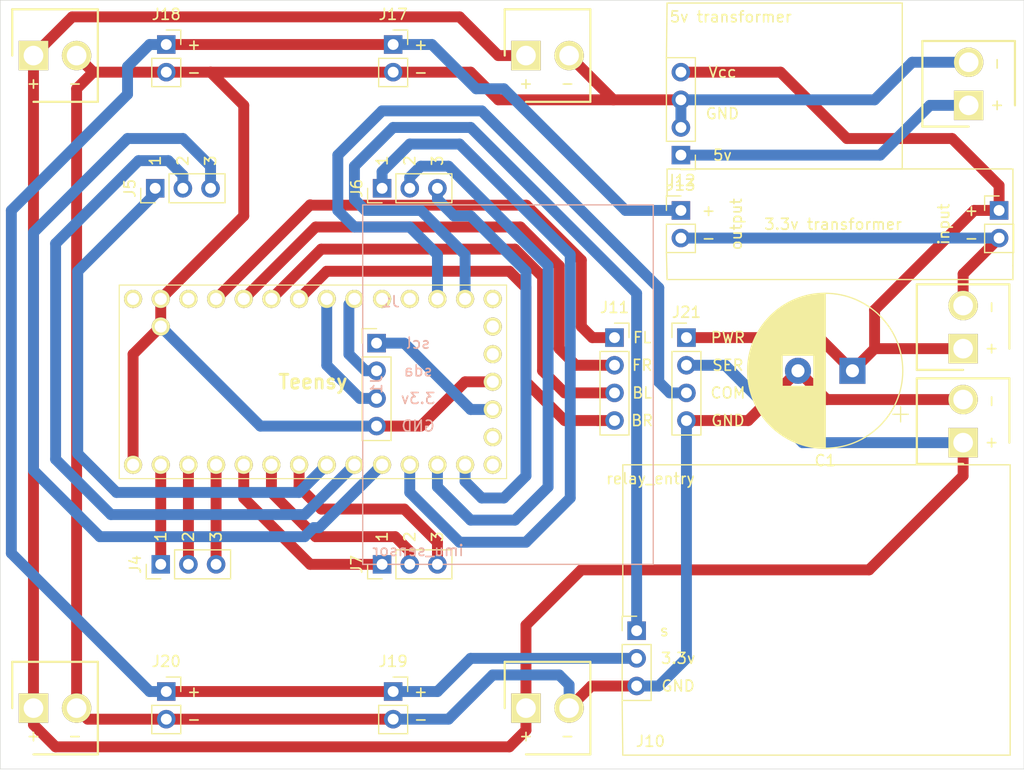
<source format=kicad_pcb>
(kicad_pcb (version 20171130) (host pcbnew 5.1.10-88a1d61d58~88~ubuntu18.04.1)

  (general
    (thickness 1.6)
    (drawings 4)
    (tracks 220)
    (zones 0)
    (modules 27)
    (nets 36)
  )

  (page A4)
  (layers
    (0 F.Cu signal)
    (31 B.Cu signal)
    (32 B.Adhes user)
    (33 F.Adhes user)
    (34 B.Paste user)
    (35 F.Paste user)
    (36 B.SilkS user)
    (37 F.SilkS user)
    (38 B.Mask user)
    (39 F.Mask user)
    (40 Dwgs.User user)
    (41 Cmts.User user)
    (42 Eco1.User user)
    (43 Eco2.User user)
    (44 Edge.Cuts user)
    (45 Margin user)
    (46 B.CrtYd user)
    (47 F.CrtYd user)
    (48 B.Fab user)
    (49 F.Fab user)
  )

  (setup
    (last_trace_width 1)
    (user_trace_width 1)
    (user_trace_width 1.5)
    (trace_clearance 0.2)
    (zone_clearance 0.508)
    (zone_45_only no)
    (trace_min 0.8)
    (via_size 0.8)
    (via_drill 0.4)
    (via_min_size 0.8)
    (via_min_drill 0.3)
    (user_via 1.5 0.5)
    (user_via 1.5 0.5)
    (uvia_size 1)
    (uvia_drill 0.1)
    (uvias_allowed no)
    (uvia_min_size 0.8)
    (uvia_min_drill 0.1)
    (edge_width 0.05)
    (segment_width 0.2)
    (pcb_text_width 0.3)
    (pcb_text_size 1.5 1.5)
    (mod_edge_width 0.12)
    (mod_text_size 1 1)
    (mod_text_width 0.15)
    (pad_size 1.05 1.5)
    (pad_drill 0.75)
    (pad_to_mask_clearance 0)
    (aux_axis_origin 0 0)
    (visible_elements FFFFFF7F)
    (pcbplotparams
      (layerselection 0x310fc_ffffffff)
      (usegerberextensions true)
      (usegerberattributes true)
      (usegerberadvancedattributes true)
      (creategerberjobfile true)
      (excludeedgelayer true)
      (linewidth 0.100000)
      (plotframeref false)
      (viasonmask false)
      (mode 1)
      (useauxorigin false)
      (hpglpennumber 1)
      (hpglpenspeed 20)
      (hpglpendiameter 15.000000)
      (psnegative false)
      (psa4output false)
      (plotreference true)
      (plotvalue true)
      (plotinvisibletext false)
      (padsonsilk false)
      (subtractmaskfromsilk false)
      (outputformat 1)
      (mirror false)
      (drillshape 0)
      (scaleselection 1)
      (outputdirectory "files/"))
  )

  (net 0 "")
  (net 1 "Net-(IC1-Pad33)")
  (net 2 "Net-(IC1-Pad31)")
  (net 3 "Net-(IC1-Pad30)")
  (net 4 "Net-(IC1-Pad29)")
  (net 5 "Net-(IC1-Pad28)")
  (net 6 "Net-(IC1-Pad27)")
  (net 7 "Net-(IC1-Pad25)")
  (net 8 "Net-(IC1-Pad24)")
  (net 9 "Net-(IC1-Pad23)")
  (net 10 "Net-(IC1-Pad22)")
  (net 11 "Net-(IC1-Pad20)")
  (net 12 "Net-(IC1-Pad19)")
  (net 13 "Net-(IC1-Pad18)")
  (net 14 "Net-(IC1-Pad15)")
  (net 15 "Net-(IC1-Pad14)")
  (net 16 "Net-(IC1-Pad13)")
  (net 17 "Net-(IC1-Pad12)")
  (net 18 "Net-(IC1-Pad11)")
  (net 19 "Net-(IC1-Pad10)")
  (net 20 "Net-(IC1-Pad9)")
  (net 21 "Net-(IC1-Pad8)")
  (net 22 "Net-(IC1-Pad7)")
  (net 23 "Net-(IC1-Pad6)")
  (net 24 "Net-(IC1-Pad5)")
  (net 25 "Net-(IC1-Pad4)")
  (net 26 "Net-(IC1-Pad3)")
  (net 27 "Net-(IC1-Pad2)")
  (net 28 GND)
  (net 29 "Net-(IC1-Pad26)")
  (net 30 VCC)
  (net 31 "Net-(IC1-Pad21)")
  (net 32 "Net-(IC1-Pad16)")
  (net 33 +7.5V)
  (net 34 +3V3)
  (net 35 +5V)

  (net_class Default "This is the default net class."
    (clearance 0.2)
    (trace_width 1)
    (via_dia 0.8)
    (via_drill 0.4)
    (uvia_dia 1)
    (uvia_drill 0.1)
    (diff_pair_width 0.8)
    (diff_pair_gap 0.25)
    (add_net +3V3)
    (add_net +5V)
    (add_net +7.5V)
    (add_net GND)
    (add_net "Net-(IC1-Pad10)")
    (add_net "Net-(IC1-Pad11)")
    (add_net "Net-(IC1-Pad12)")
    (add_net "Net-(IC1-Pad13)")
    (add_net "Net-(IC1-Pad14)")
    (add_net "Net-(IC1-Pad15)")
    (add_net "Net-(IC1-Pad16)")
    (add_net "Net-(IC1-Pad18)")
    (add_net "Net-(IC1-Pad19)")
    (add_net "Net-(IC1-Pad2)")
    (add_net "Net-(IC1-Pad20)")
    (add_net "Net-(IC1-Pad21)")
    (add_net "Net-(IC1-Pad22)")
    (add_net "Net-(IC1-Pad23)")
    (add_net "Net-(IC1-Pad24)")
    (add_net "Net-(IC1-Pad25)")
    (add_net "Net-(IC1-Pad26)")
    (add_net "Net-(IC1-Pad27)")
    (add_net "Net-(IC1-Pad28)")
    (add_net "Net-(IC1-Pad29)")
    (add_net "Net-(IC1-Pad3)")
    (add_net "Net-(IC1-Pad30)")
    (add_net "Net-(IC1-Pad31)")
    (add_net "Net-(IC1-Pad33)")
    (add_net "Net-(IC1-Pad4)")
    (add_net "Net-(IC1-Pad5)")
    (add_net "Net-(IC1-Pad6)")
    (add_net "Net-(IC1-Pad7)")
    (add_net "Net-(IC1-Pad8)")
    (add_net "Net-(IC1-Pad9)")
    (add_net VCC)
  )

  (module MountingHole:MountingHole_3.2mm_M3 (layer F.Cu) (tedit 56D1B4CB) (tstamp 61EEC9B8)
    (at 91.44 101.6)
    (descr "Mounting Hole 3.2mm, no annular, M3")
    (tags "mounting hole 3.2mm no annular m3")
    (attr virtual)
    (fp_text reference REF** (at 0 -4.2) (layer F.SilkS) hide
      (effects (font (size 1 1) (thickness 0.15)))
    )
    (fp_text value MountingHole_3.2mm_M3 (at 0 4.2) (layer F.Fab)
      (effects (font (size 1 1) (thickness 0.15)))
    )
    (fp_circle (center 0 0) (end 3.2 0) (layer Cmts.User) (width 0.15))
    (fp_circle (center 0 0) (end 3.45 0) (layer F.CrtYd) (width 0.05))
    (fp_text user %R (at 0.3 0) (layer F.Fab)
      (effects (font (size 1 1) (thickness 0.15)))
    )
    (pad 1 np_thru_hole circle (at 0 0) (size 3.2 3.2) (drill 3.2) (layers *.Cu *.Mask))
  )

  (module MountingHole:MountingHole_3.2mm_M3 (layer F.Cu) (tedit 56D1B4CB) (tstamp 61EEC9B8)
    (at 91.948 147.32)
    (descr "Mounting Hole 3.2mm, no annular, M3")
    (tags "mounting hole 3.2mm no annular m3")
    (attr virtual)
    (fp_text reference REF** (at 0 -4.2) (layer F.SilkS) hide
      (effects (font (size 1 1) (thickness 0.15)))
    )
    (fp_text value MountingHole_3.2mm_M3 (at 0 4.2) (layer F.Fab)
      (effects (font (size 1 1) (thickness 0.15)))
    )
    (fp_circle (center 0 0) (end 3.2 0) (layer Cmts.User) (width 0.15))
    (fp_circle (center 0 0) (end 3.45 0) (layer F.CrtYd) (width 0.05))
    (fp_text user %R (at 0.3 0) (layer F.Fab)
      (effects (font (size 1 1) (thickness 0.15)))
    )
    (pad 1 np_thru_hole circle (at 0 0) (size 3.2 3.2) (drill 3.2) (layers *.Cu *.Mask))
  )

  (module MountingHole:MountingHole_3.2mm_M3 (layer F.Cu) (tedit 56D1B4CB) (tstamp 61EEC9F4)
    (at 141.732 155.448)
    (descr "Mounting Hole 3.2mm, no annular, M3")
    (tags "mounting hole 3.2mm no annular m3")
    (attr virtual)
    (fp_text reference REF** (at 0 -4.2) (layer F.SilkS) hide
      (effects (font (size 1 1) (thickness 0.15)))
    )
    (fp_text value MountingHole_3.2mm_M3 (at 0 4.2) (layer F.Fab)
      (effects (font (size 1 1) (thickness 0.15)))
    )
    (fp_circle (center 0 0) (end 3.2 0) (layer Cmts.User) (width 0.15))
    (fp_circle (center 0 0) (end 3.45 0) (layer F.CrtYd) (width 0.05))
    (fp_text user %R (at 0.3 0) (layer F.Fab)
      (effects (font (size 1 1) (thickness 0.15)))
    )
    (pad 1 np_thru_hole circle (at 0 0) (size 3.2 3.2) (drill 3.2) (layers *.Cu *.Mask))
  )

  (module MountingHole:MountingHole_3.2mm_M3 (layer F.Cu) (tedit 56D1B4CB) (tstamp 61EEC9CE)
    (at 141.732 93.472)
    (descr "Mounting Hole 3.2mm, no annular, M3")
    (tags "mounting hole 3.2mm no annular m3")
    (attr virtual)
    (fp_text reference REF** (at 0 -4.2) (layer F.SilkS) hide
      (effects (font (size 1 1) (thickness 0.15)))
    )
    (fp_text value MountingHole_3.2mm_M3 (at 0 4.2) (layer F.Fab)
      (effects (font (size 1 1) (thickness 0.15)))
    )
    (fp_text user %R (at 0.3 0) (layer F.Fab)
      (effects (font (size 1 1) (thickness 0.15)))
    )
    (fp_circle (center 0 0) (end 3.2 0) (layer Cmts.User) (width 0.15))
    (fp_circle (center 0 0) (end 3.45 0) (layer F.CrtYd) (width 0.05))
    (pad 1 np_thru_hole circle (at 0 0) (size 3.2 3.2) (drill 3.2) (layers *.Cu *.Mask))
  )

  (module catbot:power_servos_connector (layer F.Cu) (tedit 61EDCEF2) (tstamp 61EE6A93)
    (at 152.908 121.412 90)
    (descr "B2P-VH(LF)(SN)")
    (tags Connector)
    (path /61F324BD)
    (fp_text reference J14 (at 0 0 90) (layer F.SilkS) hide
      (effects (font (size 1.27 1.27) (thickness 0.254)))
    )
    (fp_text value power_battery (at 2.54 -6.35 90) (layer F.SilkS) hide
      (effects (font (size 1.27 1.27) (thickness 0.254)))
    )
    (fp_text user - (at 3.81 2.54 90) (layer F.SilkS)
      (effects (font (size 1 1) (thickness 0.15)))
    )
    (fp_text user + (at 0 2.54 90) (layer F.SilkS)
      (effects (font (size 1 1) (thickness 0.15)))
    )
    (fp_line (start -1.95 -4.25) (end -1.95 0) (layer F.SilkS) (width 0.2))
    (fp_line (start 5.91 -4.25) (end -1.95 -4.25) (layer F.SilkS) (width 0.2))
    (fp_line (start 5.91 4.25) (end 5.91 -4.25) (layer F.SilkS) (width 0.2))
    (fp_line (start 0 4.25) (end 5.91 4.25) (layer F.SilkS) (width 0.2))
    (fp_line (start 5.91 4.25) (end -1.95 4.25) (layer Dwgs.User) (width 0.1))
    (fp_line (start 5.91 -4.25) (end 5.91 4.25) (layer Dwgs.User) (width 0.1))
    (fp_line (start -1.95 -4.25) (end 5.91 -4.25) (layer Dwgs.User) (width 0.1))
    (fp_line (start -1.95 4.25) (end -1.95 -4.25) (layer Dwgs.User) (width 0.1))
    (fp_line (start 6.16 4.5) (end -2.2 4.5) (layer Dwgs.User) (width 0.05))
    (fp_line (start 6.16 -4.5) (end 6.16 4.5) (layer Dwgs.User) (width 0.05))
    (fp_line (start -2.2 -4.5) (end 6.16 -4.5) (layer Dwgs.User) (width 0.05))
    (fp_line (start -2.2 4.5) (end -2.2 -4.5) (layer Dwgs.User) (width 0.05))
    (pad 1 thru_hole rect (at 0 0 180) (size 2.7 2.7) (drill 1.8) (layers *.Cu *.Mask F.SilkS)
      (net 30 VCC))
    (pad 2 thru_hole circle (at 3.96 0 180) (size 2.7 2.7) (drill 1.8) (layers *.Cu *.Mask F.SilkS)
      (net 28 GND))
  )

  (module catbot:power_servos_connector (layer F.Cu) (tedit 61EDD11B) (tstamp 61EE69F2)
    (at 67.564 154.432)
    (descr "B2P-VH(LF)(SN)")
    (tags Connector)
    (path /61786A4D)
    (fp_text reference J8 (at 0 -2.54) (layer F.SilkS) hide
      (effects (font (size 1.27 1.27) (thickness 0.254)))
    )
    (fp_text value "power br" (at 2.54 -6.35) (layer F.SilkS) hide
      (effects (font (size 1.27 1.27) (thickness 0.254)))
    )
    (fp_text user - (at 3.81 2.54) (layer F.SilkS)
      (effects (font (size 1 1) (thickness 0.15)))
    )
    (fp_text user + (at 0 2.54) (layer F.SilkS)
      (effects (font (size 1 1) (thickness 0.15)))
    )
    (fp_line (start -1.95 -4.25) (end -1.95 0) (layer F.SilkS) (width 0.2))
    (fp_line (start 5.91 -4.25) (end -1.95 -4.25) (layer F.SilkS) (width 0.2))
    (fp_line (start 5.91 4.25) (end 5.91 -4.25) (layer F.SilkS) (width 0.2))
    (fp_line (start 0 4.25) (end 5.91 4.25) (layer F.SilkS) (width 0.2))
    (fp_line (start 5.91 4.25) (end -1.95 4.25) (layer Dwgs.User) (width 0.1))
    (fp_line (start 5.91 -4.25) (end 5.91 4.25) (layer Dwgs.User) (width 0.1))
    (fp_line (start -1.95 -4.25) (end 5.91 -4.25) (layer Dwgs.User) (width 0.1))
    (fp_line (start -1.95 4.25) (end -1.95 -4.25) (layer Dwgs.User) (width 0.1))
    (fp_line (start 6.16 4.5) (end -2.2 4.5) (layer Dwgs.User) (width 0.05))
    (fp_line (start 6.16 -4.5) (end 6.16 4.5) (layer Dwgs.User) (width 0.05))
    (fp_line (start -2.2 -4.5) (end 6.16 -4.5) (layer Dwgs.User) (width 0.05))
    (fp_line (start -2.2 4.5) (end -2.2 -4.5) (layer Dwgs.User) (width 0.05))
    (pad 1 thru_hole rect (at 0 0 90) (size 2.7 2.7) (drill 1.8) (layers *.Cu *.Mask F.SilkS)
      (net 33 +7.5V))
    (pad 2 thru_hole circle (at 3.96 0 90) (size 2.7 2.7) (drill 1.8) (layers *.Cu *.Mask F.SilkS)
      (net 28 GND))
  )

  (module catbot:LED_STATUS (layer F.Cu) (tedit 61EDCFD9) (tstamp 61EEB9D1)
    (at 127.508 120.396)
    (descr "Through hole straight pin header, 1x04, 2.54mm pitch, single row")
    (tags "Through hole pin header THT 1x04 2.54mm single row")
    (path /61F0CC86)
    (fp_text reference J21 (at 0 -2.33) (layer F.SilkS)
      (effects (font (size 1 1) (thickness 0.15)))
    )
    (fp_text value leds_status (at 0 9.95) (layer F.Fab)
      (effects (font (size 1 1) (thickness 0.15)))
    )
    (fp_text user COM (at 3.81 5.08) (layer F.SilkS)
      (effects (font (size 1 1) (thickness 0.15)))
    )
    (fp_text user SER (at 3.81 2.54) (layer F.SilkS)
      (effects (font (size 1 1) (thickness 0.15)))
    )
    (fp_text user PWR (at 3.81 0) (layer F.SilkS)
      (effects (font (size 1 1) (thickness 0.15)))
    )
    (fp_text user GND (at 3.81 7.62) (layer F.SilkS)
      (effects (font (size 1 1) (thickness 0.15)))
    )
    (fp_text user %R (at 0 3.81 90) (layer F.Fab)
      (effects (font (size 1 1) (thickness 0.15)))
    )
    (fp_line (start -0.635 -1.27) (end 1.27 -1.27) (layer F.Fab) (width 0.1))
    (fp_line (start 1.27 -1.27) (end 1.27 8.89) (layer F.Fab) (width 0.1))
    (fp_line (start 1.27 8.89) (end -1.27 8.89) (layer F.Fab) (width 0.1))
    (fp_line (start -1.27 8.89) (end -1.27 -0.635) (layer F.Fab) (width 0.1))
    (fp_line (start -1.27 -0.635) (end -0.635 -1.27) (layer F.Fab) (width 0.1))
    (fp_line (start -1.33 8.95) (end 1.33 8.95) (layer F.SilkS) (width 0.12))
    (fp_line (start -1.33 1.27) (end -1.33 8.95) (layer F.SilkS) (width 0.12))
    (fp_line (start 1.33 1.27) (end 1.33 8.95) (layer F.SilkS) (width 0.12))
    (fp_line (start -1.33 1.27) (end 1.33 1.27) (layer F.SilkS) (width 0.12))
    (fp_line (start -1.33 0) (end -1.33 -1.33) (layer F.SilkS) (width 0.12))
    (fp_line (start -1.33 -1.33) (end 0 -1.33) (layer F.SilkS) (width 0.12))
    (fp_line (start -1.8 -1.8) (end -1.8 9.4) (layer F.CrtYd) (width 0.05))
    (fp_line (start -1.8 9.4) (end 1.8 9.4) (layer F.CrtYd) (width 0.05))
    (fp_line (start 1.8 9.4) (end 1.8 -1.8) (layer F.CrtYd) (width 0.05))
    (fp_line (start 1.8 -1.8) (end -1.8 -1.8) (layer F.CrtYd) (width 0.05))
    (pad 1 thru_hole rect (at 0 0) (size 1.7 1.7) (drill 1) (layers *.Cu *.Mask)
      (net 30 VCC))
    (pad 2 thru_hole oval (at 0 2.54) (size 1.7 1.7) (drill 1) (layers *.Cu *.Mask)
      (net 33 +7.5V))
    (pad 3 thru_hole oval (at 0 5.08) (size 1.7 1.7) (drill 1) (layers *.Cu *.Mask)
      (net 10 "Net-(IC1-Pad22)"))
    (pad 4 thru_hole oval (at 0 7.62) (size 1.7 1.7) (drill 1) (layers *.Cu *.Mask)
      (net 28 GND))
    (model ${KISYS3DMOD}/Connector_PinHeader_2.54mm.3dshapes/PinHeader_1x04_P2.54mm_Vertical.wrl
      (at (xyz 0 0 0))
      (scale (xyz 1 1 1))
      (rotate (xyz 0 0 0))
    )
  )

  (module catbot:switch_power (layer F.Cu) (tedit 61EDCF7F) (tstamp 61EE6B0F)
    (at 79.756 152.908)
    (descr "Through hole straight socket strip, 1x02, 2.54mm pitch, single row (from Kicad 4.0.7), script generated")
    (tags "Through hole socket strip THT 1x02 2.54mm single row")
    (path /61F21B9F)
    (fp_text reference J20 (at 0 -2.77) (layer F.SilkS)
      (effects (font (size 1 1) (thickness 0.15)))
    )
    (fp_text value in_Vcc (at 0 5.31) (layer F.Fab)
      (effects (font (size 1 1) (thickness 0.15)))
    )
    (fp_text user - (at 2.54 2.54) (layer F.SilkS)
      (effects (font (size 1 1) (thickness 0.15)))
    )
    (fp_text user + (at 2.54 0) (layer F.SilkS)
      (effects (font (size 1 1) (thickness 0.15)))
    )
    (fp_text user %R (at 0 1.27 90) (layer F.Fab)
      (effects (font (size 1 1) (thickness 0.15)))
    )
    (fp_line (start -1.27 -1.27) (end 0.635 -1.27) (layer F.Fab) (width 0.1))
    (fp_line (start 0.635 -1.27) (end 1.27 -0.635) (layer F.Fab) (width 0.1))
    (fp_line (start 1.27 -0.635) (end 1.27 3.81) (layer F.Fab) (width 0.1))
    (fp_line (start 1.27 3.81) (end -1.27 3.81) (layer F.Fab) (width 0.1))
    (fp_line (start -1.27 3.81) (end -1.27 -1.27) (layer F.Fab) (width 0.1))
    (fp_line (start -1.33 1.27) (end 1.33 1.27) (layer F.SilkS) (width 0.12))
    (fp_line (start -1.33 1.27) (end -1.33 3.87) (layer F.SilkS) (width 0.12))
    (fp_line (start -1.33 3.87) (end 1.33 3.87) (layer F.SilkS) (width 0.12))
    (fp_line (start 1.33 1.27) (end 1.33 3.87) (layer F.SilkS) (width 0.12))
    (fp_line (start 1.33 -1.33) (end 1.33 0) (layer F.SilkS) (width 0.12))
    (fp_line (start 0 -1.33) (end 1.33 -1.33) (layer F.SilkS) (width 0.12))
    (fp_line (start -1.8 -1.8) (end 1.75 -1.8) (layer F.CrtYd) (width 0.05))
    (fp_line (start 1.75 -1.8) (end 1.75 4.3) (layer F.CrtYd) (width 0.05))
    (fp_line (start 1.75 4.3) (end -1.8 4.3) (layer F.CrtYd) (width 0.05))
    (fp_line (start -1.8 4.3) (end -1.8 -1.8) (layer F.CrtYd) (width 0.05))
    (pad 1 thru_hole rect (at 0 0) (size 1.7 1.7) (drill 1) (layers *.Cu *.Mask)
      (net 34 +3V3))
    (pad 2 thru_hole oval (at 0 2.54) (size 1.7 1.7) (drill 1) (layers *.Cu *.Mask)
      (net 28 GND))
    (model ${KISYS3DMOD}/Connector_PinSocket_2.54mm.3dshapes/PinSocket_1x02_P2.54mm_Vertical.wrl
      (at (xyz 0 0 0))
      (scale (xyz 1 1 1))
      (rotate (xyz 0 0 0))
    )
  )

  (module catbot:switch_power (layer F.Cu) (tedit 61EDCF7F) (tstamp 61EE6AF9)
    (at 100.584 152.908)
    (descr "Through hole straight socket strip, 1x02, 2.54mm pitch, single row (from Kicad 4.0.7), script generated")
    (tags "Through hole socket strip THT 1x02 2.54mm single row")
    (path /61F1FA10)
    (fp_text reference J19 (at 0 -2.77) (layer F.SilkS)
      (effects (font (size 1 1) (thickness 0.15)))
    )
    (fp_text value in_Vcc (at 0 5.31) (layer F.Fab)
      (effects (font (size 1 1) (thickness 0.15)))
    )
    (fp_text user - (at 2.54 2.54) (layer F.SilkS)
      (effects (font (size 1 1) (thickness 0.15)))
    )
    (fp_text user + (at 2.54 0) (layer F.SilkS)
      (effects (font (size 1 1) (thickness 0.15)))
    )
    (fp_text user %R (at 0 1.27 90) (layer F.Fab)
      (effects (font (size 1 1) (thickness 0.15)))
    )
    (fp_line (start -1.27 -1.27) (end 0.635 -1.27) (layer F.Fab) (width 0.1))
    (fp_line (start 0.635 -1.27) (end 1.27 -0.635) (layer F.Fab) (width 0.1))
    (fp_line (start 1.27 -0.635) (end 1.27 3.81) (layer F.Fab) (width 0.1))
    (fp_line (start 1.27 3.81) (end -1.27 3.81) (layer F.Fab) (width 0.1))
    (fp_line (start -1.27 3.81) (end -1.27 -1.27) (layer F.Fab) (width 0.1))
    (fp_line (start -1.33 1.27) (end 1.33 1.27) (layer F.SilkS) (width 0.12))
    (fp_line (start -1.33 1.27) (end -1.33 3.87) (layer F.SilkS) (width 0.12))
    (fp_line (start -1.33 3.87) (end 1.33 3.87) (layer F.SilkS) (width 0.12))
    (fp_line (start 1.33 1.27) (end 1.33 3.87) (layer F.SilkS) (width 0.12))
    (fp_line (start 1.33 -1.33) (end 1.33 0) (layer F.SilkS) (width 0.12))
    (fp_line (start 0 -1.33) (end 1.33 -1.33) (layer F.SilkS) (width 0.12))
    (fp_line (start -1.8 -1.8) (end 1.75 -1.8) (layer F.CrtYd) (width 0.05))
    (fp_line (start 1.75 -1.8) (end 1.75 4.3) (layer F.CrtYd) (width 0.05))
    (fp_line (start 1.75 4.3) (end -1.8 4.3) (layer F.CrtYd) (width 0.05))
    (fp_line (start -1.8 4.3) (end -1.8 -1.8) (layer F.CrtYd) (width 0.05))
    (pad 1 thru_hole rect (at 0 0) (size 1.7 1.7) (drill 1) (layers *.Cu *.Mask)
      (net 34 +3V3))
    (pad 2 thru_hole oval (at 0 2.54) (size 1.7 1.7) (drill 1) (layers *.Cu *.Mask)
      (net 28 GND))
    (model ${KISYS3DMOD}/Connector_PinSocket_2.54mm.3dshapes/PinSocket_1x02_P2.54mm_Vertical.wrl
      (at (xyz 0 0 0))
      (scale (xyz 1 1 1))
      (rotate (xyz 0 0 0))
    )
  )

  (module catbot:switch_power (layer F.Cu) (tedit 61EDCF7F) (tstamp 61EE6AE3)
    (at 79.756 93.472)
    (descr "Through hole straight socket strip, 1x02, 2.54mm pitch, single row (from Kicad 4.0.7), script generated")
    (tags "Through hole socket strip THT 1x02 2.54mm single row")
    (path /61F1DA05)
    (fp_text reference J18 (at 0 -2.77) (layer F.SilkS)
      (effects (font (size 1 1) (thickness 0.15)))
    )
    (fp_text value in_Vcc (at 0 5.31) (layer F.Fab)
      (effects (font (size 1 1) (thickness 0.15)))
    )
    (fp_text user - (at 2.54 2.54) (layer F.SilkS)
      (effects (font (size 1 1) (thickness 0.15)))
    )
    (fp_text user + (at 2.54 0) (layer F.SilkS)
      (effects (font (size 1 1) (thickness 0.15)))
    )
    (fp_text user %R (at 0 1.27 90) (layer F.Fab)
      (effects (font (size 1 1) (thickness 0.15)))
    )
    (fp_line (start -1.27 -1.27) (end 0.635 -1.27) (layer F.Fab) (width 0.1))
    (fp_line (start 0.635 -1.27) (end 1.27 -0.635) (layer F.Fab) (width 0.1))
    (fp_line (start 1.27 -0.635) (end 1.27 3.81) (layer F.Fab) (width 0.1))
    (fp_line (start 1.27 3.81) (end -1.27 3.81) (layer F.Fab) (width 0.1))
    (fp_line (start -1.27 3.81) (end -1.27 -1.27) (layer F.Fab) (width 0.1))
    (fp_line (start -1.33 1.27) (end 1.33 1.27) (layer F.SilkS) (width 0.12))
    (fp_line (start -1.33 1.27) (end -1.33 3.87) (layer F.SilkS) (width 0.12))
    (fp_line (start -1.33 3.87) (end 1.33 3.87) (layer F.SilkS) (width 0.12))
    (fp_line (start 1.33 1.27) (end 1.33 3.87) (layer F.SilkS) (width 0.12))
    (fp_line (start 1.33 -1.33) (end 1.33 0) (layer F.SilkS) (width 0.12))
    (fp_line (start 0 -1.33) (end 1.33 -1.33) (layer F.SilkS) (width 0.12))
    (fp_line (start -1.8 -1.8) (end 1.75 -1.8) (layer F.CrtYd) (width 0.05))
    (fp_line (start 1.75 -1.8) (end 1.75 4.3) (layer F.CrtYd) (width 0.05))
    (fp_line (start 1.75 4.3) (end -1.8 4.3) (layer F.CrtYd) (width 0.05))
    (fp_line (start -1.8 4.3) (end -1.8 -1.8) (layer F.CrtYd) (width 0.05))
    (pad 1 thru_hole rect (at 0 0) (size 1.7 1.7) (drill 1) (layers *.Cu *.Mask)
      (net 34 +3V3))
    (pad 2 thru_hole oval (at 0 2.54) (size 1.7 1.7) (drill 1) (layers *.Cu *.Mask)
      (net 28 GND))
    (model ${KISYS3DMOD}/Connector_PinSocket_2.54mm.3dshapes/PinSocket_1x02_P2.54mm_Vertical.wrl
      (at (xyz 0 0 0))
      (scale (xyz 1 1 1))
      (rotate (xyz 0 0 0))
    )
  )

  (module catbot:switch_power (layer F.Cu) (tedit 61EDCF7F) (tstamp 61EE6ACD)
    (at 100.584 93.472)
    (descr "Through hole straight socket strip, 1x02, 2.54mm pitch, single row (from Kicad 4.0.7), script generated")
    (tags "Through hole socket strip THT 1x02 2.54mm single row")
    (path /61F12510)
    (fp_text reference J17 (at 0 -2.77) (layer F.SilkS)
      (effects (font (size 1 1) (thickness 0.15)))
    )
    (fp_text value 3.3v_switch_fl (at 0 5.31) (layer F.Fab)
      (effects (font (size 1 1) (thickness 0.15)))
    )
    (fp_text user - (at 2.54 2.54) (layer F.SilkS)
      (effects (font (size 1 1) (thickness 0.15)))
    )
    (fp_text user + (at 2.54 0) (layer F.SilkS)
      (effects (font (size 1 1) (thickness 0.15)))
    )
    (fp_text user %R (at 0 1.27 90) (layer F.Fab)
      (effects (font (size 1 1) (thickness 0.15)))
    )
    (fp_line (start -1.27 -1.27) (end 0.635 -1.27) (layer F.Fab) (width 0.1))
    (fp_line (start 0.635 -1.27) (end 1.27 -0.635) (layer F.Fab) (width 0.1))
    (fp_line (start 1.27 -0.635) (end 1.27 3.81) (layer F.Fab) (width 0.1))
    (fp_line (start 1.27 3.81) (end -1.27 3.81) (layer F.Fab) (width 0.1))
    (fp_line (start -1.27 3.81) (end -1.27 -1.27) (layer F.Fab) (width 0.1))
    (fp_line (start -1.33 1.27) (end 1.33 1.27) (layer F.SilkS) (width 0.12))
    (fp_line (start -1.33 1.27) (end -1.33 3.87) (layer F.SilkS) (width 0.12))
    (fp_line (start -1.33 3.87) (end 1.33 3.87) (layer F.SilkS) (width 0.12))
    (fp_line (start 1.33 1.27) (end 1.33 3.87) (layer F.SilkS) (width 0.12))
    (fp_line (start 1.33 -1.33) (end 1.33 0) (layer F.SilkS) (width 0.12))
    (fp_line (start 0 -1.33) (end 1.33 -1.33) (layer F.SilkS) (width 0.12))
    (fp_line (start -1.8 -1.8) (end 1.75 -1.8) (layer F.CrtYd) (width 0.05))
    (fp_line (start 1.75 -1.8) (end 1.75 4.3) (layer F.CrtYd) (width 0.05))
    (fp_line (start 1.75 4.3) (end -1.8 4.3) (layer F.CrtYd) (width 0.05))
    (fp_line (start -1.8 4.3) (end -1.8 -1.8) (layer F.CrtYd) (width 0.05))
    (pad 1 thru_hole rect (at 0 0) (size 1.7 1.7) (drill 1) (layers *.Cu *.Mask)
      (net 34 +3V3))
    (pad 2 thru_hole oval (at 0 2.54) (size 1.7 1.7) (drill 1) (layers *.Cu *.Mask)
      (net 28 GND))
    (model ${KISYS3DMOD}/Connector_PinSocket_2.54mm.3dshapes/PinSocket_1x02_P2.54mm_Vertical.wrl
      (at (xyz 0 0 0))
      (scale (xyz 1 1 1))
      (rotate (xyz 0 0 0))
    )
  )

  (module catbot:power_servos_connector (layer F.Cu) (tedit 61EDCEF2) (tstamp 61EEBA6B)
    (at 153.416 99.06 90)
    (descr "B2P-VH(LF)(SN)")
    (tags Connector)
    (path /61FEA0B8)
    (fp_text reference J16 (at 0 0 90) (layer F.SilkS) hide
      (effects (font (size 1.27 1.27) (thickness 0.254)))
    )
    (fp_text value power_raspi (at 2.54 -6.35 90) (layer F.SilkS) hide
      (effects (font (size 1.27 1.27) (thickness 0.254)))
    )
    (fp_text user - (at 3.81 2.54 90) (layer F.SilkS)
      (effects (font (size 1 1) (thickness 0.15)))
    )
    (fp_text user + (at 0 2.54 90) (layer F.SilkS)
      (effects (font (size 1 1) (thickness 0.15)))
    )
    (fp_line (start -1.95 -4.25) (end -1.95 0) (layer F.SilkS) (width 0.2))
    (fp_line (start 5.91 -4.25) (end -1.95 -4.25) (layer F.SilkS) (width 0.2))
    (fp_line (start 5.91 4.25) (end 5.91 -4.25) (layer F.SilkS) (width 0.2))
    (fp_line (start 0 4.25) (end 5.91 4.25) (layer F.SilkS) (width 0.2))
    (fp_line (start 5.91 4.25) (end -1.95 4.25) (layer Dwgs.User) (width 0.1))
    (fp_line (start 5.91 -4.25) (end 5.91 4.25) (layer Dwgs.User) (width 0.1))
    (fp_line (start -1.95 -4.25) (end 5.91 -4.25) (layer Dwgs.User) (width 0.1))
    (fp_line (start -1.95 4.25) (end -1.95 -4.25) (layer Dwgs.User) (width 0.1))
    (fp_line (start 6.16 4.5) (end -2.2 4.5) (layer Dwgs.User) (width 0.05))
    (fp_line (start 6.16 -4.5) (end 6.16 4.5) (layer Dwgs.User) (width 0.05))
    (fp_line (start -2.2 -4.5) (end 6.16 -4.5) (layer Dwgs.User) (width 0.05))
    (fp_line (start -2.2 4.5) (end -2.2 -4.5) (layer Dwgs.User) (width 0.05))
    (pad 1 thru_hole rect (at 0 0 180) (size 2.7 2.7) (drill 1.8) (layers *.Cu *.Mask F.SilkS)
      (net 35 +5V))
    (pad 2 thru_hole circle (at 3.96 0 180) (size 2.7 2.7) (drill 1.8) (layers *.Cu *.Mask F.SilkS)
      (net 28 GND))
  )

  (module catbot:power_servos_connector (layer F.Cu) (tedit 61EDCEF2) (tstamp 61EE6AA5)
    (at 67.564 94.488)
    (descr "B2P-VH(LF)(SN)")
    (tags Connector)
    (path /61F82AEF)
    (fp_text reference J15 (at 0 0) (layer F.SilkS) hide
      (effects (font (size 1.27 1.27) (thickness 0.254)))
    )
    (fp_text value "power servos" (at 2.54 -6.35) (layer F.SilkS) hide
      (effects (font (size 1.27 1.27) (thickness 0.254)))
    )
    (fp_text user - (at 3.81 2.54) (layer F.SilkS)
      (effects (font (size 1 1) (thickness 0.15)))
    )
    (fp_text user + (at 0 2.54) (layer F.SilkS)
      (effects (font (size 1 1) (thickness 0.15)))
    )
    (fp_line (start -1.95 -4.25) (end -1.95 0) (layer F.SilkS) (width 0.2))
    (fp_line (start 5.91 -4.25) (end -1.95 -4.25) (layer F.SilkS) (width 0.2))
    (fp_line (start 5.91 4.25) (end 5.91 -4.25) (layer F.SilkS) (width 0.2))
    (fp_line (start 0 4.25) (end 5.91 4.25) (layer F.SilkS) (width 0.2))
    (fp_line (start 5.91 4.25) (end -1.95 4.25) (layer Dwgs.User) (width 0.1))
    (fp_line (start 5.91 -4.25) (end 5.91 4.25) (layer Dwgs.User) (width 0.1))
    (fp_line (start -1.95 -4.25) (end 5.91 -4.25) (layer Dwgs.User) (width 0.1))
    (fp_line (start -1.95 4.25) (end -1.95 -4.25) (layer Dwgs.User) (width 0.1))
    (fp_line (start 6.16 4.5) (end -2.2 4.5) (layer Dwgs.User) (width 0.05))
    (fp_line (start 6.16 -4.5) (end 6.16 4.5) (layer Dwgs.User) (width 0.05))
    (fp_line (start -2.2 -4.5) (end 6.16 -4.5) (layer Dwgs.User) (width 0.05))
    (fp_line (start -2.2 4.5) (end -2.2 -4.5) (layer Dwgs.User) (width 0.05))
    (pad 1 thru_hole rect (at 0 0 90) (size 2.7 2.7) (drill 1.8) (layers *.Cu *.Mask F.SilkS)
      (net 33 +7.5V))
    (pad 2 thru_hole circle (at 3.96 0 90) (size 2.7 2.7) (drill 1.8) (layers *.Cu *.Mask F.SilkS)
      (net 28 GND))
  )

  (module catbot:switch_connector (layer F.Cu) (tedit 61EDD039) (tstamp 61EEBA22)
    (at 120.904 120.396)
    (descr "Through hole straight socket strip, 1x04, 2.54mm pitch, single row (from Kicad 4.0.7), script generated")
    (tags "Through hole socket strip THT 1x04 2.54mm single row")
    (path /61F0E593)
    (fp_text reference J11 (at 0 -2.77) (layer F.SilkS)
      (effects (font (size 1 1) (thickness 0.15)))
    )
    (fp_text value conn_leg_switch (at 0 10.39) (layer F.Fab)
      (effects (font (size 1 1) (thickness 0.15)))
    )
    (fp_text user BR (at 2.54 7.62) (layer F.SilkS)
      (effects (font (size 1 1) (thickness 0.15)))
    )
    (fp_text user BL (at 2.54 5.08) (layer F.SilkS)
      (effects (font (size 1 1) (thickness 0.15)))
    )
    (fp_text user FR (at 2.54 2.54) (layer F.SilkS)
      (effects (font (size 1 1) (thickness 0.15)))
    )
    (fp_text user FL (at 2.54 0) (layer F.SilkS)
      (effects (font (size 1 1) (thickness 0.15)))
    )
    (fp_text user %R (at 0 3.81 90) (layer F.Fab)
      (effects (font (size 1 1) (thickness 0.15)))
    )
    (fp_line (start -1.27 -1.27) (end 0.635 -1.27) (layer F.Fab) (width 0.1))
    (fp_line (start 0.635 -1.27) (end 1.27 -0.635) (layer F.Fab) (width 0.1))
    (fp_line (start 1.27 -0.635) (end 1.27 8.89) (layer F.Fab) (width 0.1))
    (fp_line (start 1.27 8.89) (end -1.27 8.89) (layer F.Fab) (width 0.1))
    (fp_line (start -1.27 8.89) (end -1.27 -1.27) (layer F.Fab) (width 0.1))
    (fp_line (start -1.33 1.27) (end 1.33 1.27) (layer F.SilkS) (width 0.12))
    (fp_line (start -1.33 1.27) (end -1.33 8.95) (layer F.SilkS) (width 0.12))
    (fp_line (start -1.33 8.95) (end 1.33 8.95) (layer F.SilkS) (width 0.12))
    (fp_line (start 1.33 1.27) (end 1.33 8.95) (layer F.SilkS) (width 0.12))
    (fp_line (start 1.33 -1.33) (end 1.33 0) (layer F.SilkS) (width 0.12))
    (fp_line (start 0 -1.33) (end 1.33 -1.33) (layer F.SilkS) (width 0.12))
    (fp_line (start -1.8 -1.8) (end 1.75 -1.8) (layer F.CrtYd) (width 0.05))
    (fp_line (start 1.75 -1.8) (end 1.75 9.4) (layer F.CrtYd) (width 0.05))
    (fp_line (start 1.75 9.4) (end -1.8 9.4) (layer F.CrtYd) (width 0.05))
    (fp_line (start -1.8 9.4) (end -1.8 -1.8) (layer F.CrtYd) (width 0.05))
    (pad 1 thru_hole rect (at 0 0) (size 1.7 1.7) (drill 1) (layers *.Cu *.Mask)
      (net 3 "Net-(IC1-Pad30)"))
    (pad 2 thru_hole oval (at 0 2.54) (size 1.7 1.7) (drill 1) (layers *.Cu *.Mask)
      (net 4 "Net-(IC1-Pad29)"))
    (pad 3 thru_hole oval (at 0 5.08) (size 1.7 1.7) (drill 1) (layers *.Cu *.Mask)
      (net 5 "Net-(IC1-Pad28)"))
    (pad 4 thru_hole oval (at 0 7.62) (size 1.7 1.7) (drill 1) (layers *.Cu *.Mask)
      (net 6 "Net-(IC1-Pad27)"))
    (model ${KISYS3DMOD}/Connector_PinSocket_2.54mm.3dshapes/PinSocket_1x04_P2.54mm_Vertical.wrl
      (at (xyz 0 0 0))
      (scale (xyz 1 1 1))
      (rotate (xyz 0 0 0))
    )
  )

  (module catbot:power_servos_connector (layer F.Cu) (tedit 61EDCEF2) (tstamp 61EEB8AF)
    (at 152.908 130.048 90)
    (descr "B2P-VH(LF)(SN)")
    (tags Connector)
    (path /61780B98)
    (fp_text reference J9 (at 0 0 90) (layer F.SilkS) hide
      (effects (font (size 1.27 1.27) (thickness 0.254)))
    )
    (fp_text value "power bl" (at 2.54 -6.35 90) (layer F.SilkS) hide
      (effects (font (size 1.27 1.27) (thickness 0.254)))
    )
    (fp_text user - (at 3.81 2.54 90) (layer F.SilkS)
      (effects (font (size 1 1) (thickness 0.15)))
    )
    (fp_text user + (at 0 2.54 90) (layer F.SilkS)
      (effects (font (size 1 1) (thickness 0.15)))
    )
    (fp_line (start -1.95 -4.25) (end -1.95 0) (layer F.SilkS) (width 0.2))
    (fp_line (start 5.91 -4.25) (end -1.95 -4.25) (layer F.SilkS) (width 0.2))
    (fp_line (start 5.91 4.25) (end 5.91 -4.25) (layer F.SilkS) (width 0.2))
    (fp_line (start 0 4.25) (end 5.91 4.25) (layer F.SilkS) (width 0.2))
    (fp_line (start 5.91 4.25) (end -1.95 4.25) (layer Dwgs.User) (width 0.1))
    (fp_line (start 5.91 -4.25) (end 5.91 4.25) (layer Dwgs.User) (width 0.1))
    (fp_line (start -1.95 -4.25) (end 5.91 -4.25) (layer Dwgs.User) (width 0.1))
    (fp_line (start -1.95 4.25) (end -1.95 -4.25) (layer Dwgs.User) (width 0.1))
    (fp_line (start 6.16 4.5) (end -2.2 4.5) (layer Dwgs.User) (width 0.05))
    (fp_line (start 6.16 -4.5) (end 6.16 4.5) (layer Dwgs.User) (width 0.05))
    (fp_line (start -2.2 -4.5) (end 6.16 -4.5) (layer Dwgs.User) (width 0.05))
    (fp_line (start -2.2 4.5) (end -2.2 -4.5) (layer Dwgs.User) (width 0.05))
    (pad 1 thru_hole rect (at 0 0 180) (size 2.7 2.7) (drill 1.8) (layers *.Cu *.Mask F.SilkS)
      (net 33 +7.5V))
    (pad 2 thru_hole circle (at 3.96 0 180) (size 2.7 2.7) (drill 1.8) (layers *.Cu *.Mask F.SilkS)
      (net 28 GND))
  )

  (module catbot:leg_connector (layer F.Cu) (tedit 61EDCF48) (tstamp 61EE69E0)
    (at 99.568 141.224 90)
    (descr "Through hole straight pin header, 1x03, 2.54mm pitch, single row")
    (tags "Through hole pin header THT 1x03 2.54mm single row")
    (path /616C272B)
    (fp_text reference J7 (at 0 -2.33 90) (layer F.SilkS)
      (effects (font (size 1 1) (thickness 0.15)))
    )
    (fp_text value leg_bl (at 0 7.41 90) (layer F.Fab)
      (effects (font (size 1 1) (thickness 0.15)))
    )
    (fp_text user 3 (at 2.54 5.08 90) (layer F.SilkS)
      (effects (font (size 1 1) (thickness 0.15)))
    )
    (fp_text user 2 (at 2.54 2.54 90) (layer F.SilkS)
      (effects (font (size 1 1) (thickness 0.15)))
    )
    (fp_text user 1 (at 2.54 0 90) (layer F.SilkS)
      (effects (font (size 1 1) (thickness 0.15)))
    )
    (fp_text user %R (at 0 2.54) (layer F.Fab)
      (effects (font (size 1 1) (thickness 0.15)))
    )
    (fp_line (start -0.635 -1.27) (end 1.27 -1.27) (layer F.Fab) (width 0.1))
    (fp_line (start 1.27 -1.27) (end 1.27 6.35) (layer F.Fab) (width 0.1))
    (fp_line (start 1.27 6.35) (end -1.27 6.35) (layer F.Fab) (width 0.1))
    (fp_line (start -1.27 6.35) (end -1.27 -0.635) (layer F.Fab) (width 0.1))
    (fp_line (start -1.27 -0.635) (end -0.635 -1.27) (layer F.Fab) (width 0.1))
    (fp_line (start -1.33 6.41) (end 1.33 6.41) (layer F.SilkS) (width 0.12))
    (fp_line (start -1.33 1.27) (end -1.33 6.41) (layer F.SilkS) (width 0.12))
    (fp_line (start 1.33 1.27) (end 1.33 6.41) (layer F.SilkS) (width 0.12))
    (fp_line (start -1.33 1.27) (end 1.33 1.27) (layer F.SilkS) (width 0.12))
    (fp_line (start -1.33 0) (end -1.33 -1.33) (layer F.SilkS) (width 0.12))
    (fp_line (start -1.33 -1.33) (end 0 -1.33) (layer F.SilkS) (width 0.12))
    (fp_line (start -1.8 -1.8) (end -1.8 6.85) (layer F.CrtYd) (width 0.05))
    (fp_line (start -1.8 6.85) (end 1.8 6.85) (layer F.CrtYd) (width 0.05))
    (fp_line (start 1.8 6.85) (end 1.8 -1.8) (layer F.CrtYd) (width 0.05))
    (fp_line (start 1.8 -1.8) (end -1.8 -1.8) (layer F.CrtYd) (width 0.05))
    (pad 1 thru_hole rect (at 0 0 90) (size 1.7 1.7) (drill 1) (layers *.Cu *.Mask)
      (net 24 "Net-(IC1-Pad5)"))
    (pad 2 thru_hole oval (at 0 2.54 90) (size 1.7 1.7) (drill 1) (layers *.Cu *.Mask)
      (net 23 "Net-(IC1-Pad6)"))
    (pad 3 thru_hole oval (at 0 5.08 90) (size 1.7 1.7) (drill 1) (layers *.Cu *.Mask)
      (net 22 "Net-(IC1-Pad7)"))
    (model ${KISYS3DMOD}/Connector_PinHeader_2.54mm.3dshapes/PinHeader_1x03_P2.54mm_Vertical.wrl
      (at (xyz 0 0 0))
      (scale (xyz 1 1 1))
      (rotate (xyz 0 0 0))
    )
  )

  (module catbot:leg_connector (layer F.Cu) (tedit 61EDCF48) (tstamp 61EE69C9)
    (at 99.568 106.68 90)
    (descr "Through hole straight pin header, 1x03, 2.54mm pitch, single row")
    (tags "Through hole pin header THT 1x03 2.54mm single row")
    (path /616C6AFD)
    (fp_text reference J6 (at 0 -2.33 90) (layer F.SilkS)
      (effects (font (size 1 1) (thickness 0.15)))
    )
    (fp_text value leg_br (at 0 7.41 90) (layer F.Fab)
      (effects (font (size 1 1) (thickness 0.15)))
    )
    (fp_text user 3 (at 2.54 5.08 90) (layer F.SilkS)
      (effects (font (size 1 1) (thickness 0.15)))
    )
    (fp_text user 2 (at 2.54 2.54 90) (layer F.SilkS)
      (effects (font (size 1 1) (thickness 0.15)))
    )
    (fp_text user 1 (at 2.54 0 90) (layer F.SilkS)
      (effects (font (size 1 1) (thickness 0.15)))
    )
    (fp_text user %R (at 0 2.54) (layer F.Fab)
      (effects (font (size 1 1) (thickness 0.15)))
    )
    (fp_line (start -0.635 -1.27) (end 1.27 -1.27) (layer F.Fab) (width 0.1))
    (fp_line (start 1.27 -1.27) (end 1.27 6.35) (layer F.Fab) (width 0.1))
    (fp_line (start 1.27 6.35) (end -1.27 6.35) (layer F.Fab) (width 0.1))
    (fp_line (start -1.27 6.35) (end -1.27 -0.635) (layer F.Fab) (width 0.1))
    (fp_line (start -1.27 -0.635) (end -0.635 -1.27) (layer F.Fab) (width 0.1))
    (fp_line (start -1.33 6.41) (end 1.33 6.41) (layer F.SilkS) (width 0.12))
    (fp_line (start -1.33 1.27) (end -1.33 6.41) (layer F.SilkS) (width 0.12))
    (fp_line (start 1.33 1.27) (end 1.33 6.41) (layer F.SilkS) (width 0.12))
    (fp_line (start -1.33 1.27) (end 1.33 1.27) (layer F.SilkS) (width 0.12))
    (fp_line (start -1.33 0) (end -1.33 -1.33) (layer F.SilkS) (width 0.12))
    (fp_line (start -1.33 -1.33) (end 0 -1.33) (layer F.SilkS) (width 0.12))
    (fp_line (start -1.8 -1.8) (end -1.8 6.85) (layer F.CrtYd) (width 0.05))
    (fp_line (start -1.8 6.85) (end 1.8 6.85) (layer F.CrtYd) (width 0.05))
    (fp_line (start 1.8 6.85) (end 1.8 -1.8) (layer F.CrtYd) (width 0.05))
    (fp_line (start 1.8 -1.8) (end -1.8 -1.8) (layer F.CrtYd) (width 0.05))
    (pad 1 thru_hole rect (at 0 0 90) (size 1.7 1.7) (drill 1) (layers *.Cu *.Mask)
      (net 18 "Net-(IC1-Pad11)"))
    (pad 2 thru_hole oval (at 0 2.54 90) (size 1.7 1.7) (drill 1) (layers *.Cu *.Mask)
      (net 17 "Net-(IC1-Pad12)"))
    (pad 3 thru_hole oval (at 0 5.08 90) (size 1.7 1.7) (drill 1) (layers *.Cu *.Mask)
      (net 16 "Net-(IC1-Pad13)"))
    (model ${KISYS3DMOD}/Connector_PinHeader_2.54mm.3dshapes/PinHeader_1x03_P2.54mm_Vertical.wrl
      (at (xyz 0 0 0))
      (scale (xyz 1 1 1))
      (rotate (xyz 0 0 0))
    )
  )

  (module catbot:leg_connector (layer F.Cu) (tedit 61EDCF48) (tstamp 61EE69B2)
    (at 78.74 106.68 90)
    (descr "Through hole straight pin header, 1x03, 2.54mm pitch, single row")
    (tags "Through hole pin header THT 1x03 2.54mm single row")
    (path /616C4EE3)
    (fp_text reference J5 (at 0 -2.33 90) (layer F.SilkS)
      (effects (font (size 1 1) (thickness 0.15)))
    )
    (fp_text value leg_fr (at 0 7.41 90) (layer F.Fab)
      (effects (font (size 1 1) (thickness 0.15)))
    )
    (fp_text user 3 (at 2.54 5.08 90) (layer F.SilkS)
      (effects (font (size 1 1) (thickness 0.15)))
    )
    (fp_text user 2 (at 2.54 2.54 90) (layer F.SilkS)
      (effects (font (size 1 1) (thickness 0.15)))
    )
    (fp_text user 1 (at 2.54 0 90) (layer F.SilkS)
      (effects (font (size 1 1) (thickness 0.15)))
    )
    (fp_text user %R (at 0 2.54) (layer F.Fab)
      (effects (font (size 1 1) (thickness 0.15)))
    )
    (fp_line (start -0.635 -1.27) (end 1.27 -1.27) (layer F.Fab) (width 0.1))
    (fp_line (start 1.27 -1.27) (end 1.27 6.35) (layer F.Fab) (width 0.1))
    (fp_line (start 1.27 6.35) (end -1.27 6.35) (layer F.Fab) (width 0.1))
    (fp_line (start -1.27 6.35) (end -1.27 -0.635) (layer F.Fab) (width 0.1))
    (fp_line (start -1.27 -0.635) (end -0.635 -1.27) (layer F.Fab) (width 0.1))
    (fp_line (start -1.33 6.41) (end 1.33 6.41) (layer F.SilkS) (width 0.12))
    (fp_line (start -1.33 1.27) (end -1.33 6.41) (layer F.SilkS) (width 0.12))
    (fp_line (start 1.33 1.27) (end 1.33 6.41) (layer F.SilkS) (width 0.12))
    (fp_line (start -1.33 1.27) (end 1.33 1.27) (layer F.SilkS) (width 0.12))
    (fp_line (start -1.33 0) (end -1.33 -1.33) (layer F.SilkS) (width 0.12))
    (fp_line (start -1.33 -1.33) (end 0 -1.33) (layer F.SilkS) (width 0.12))
    (fp_line (start -1.8 -1.8) (end -1.8 6.85) (layer F.CrtYd) (width 0.05))
    (fp_line (start -1.8 6.85) (end 1.8 6.85) (layer F.CrtYd) (width 0.05))
    (fp_line (start 1.8 6.85) (end 1.8 -1.8) (layer F.CrtYd) (width 0.05))
    (fp_line (start 1.8 -1.8) (end -1.8 -1.8) (layer F.CrtYd) (width 0.05))
    (pad 1 thru_hole rect (at 0 0 90) (size 1.7 1.7) (drill 1) (layers *.Cu *.Mask)
      (net 21 "Net-(IC1-Pad8)"))
    (pad 2 thru_hole oval (at 0 2.54 90) (size 1.7 1.7) (drill 1) (layers *.Cu *.Mask)
      (net 20 "Net-(IC1-Pad9)"))
    (pad 3 thru_hole oval (at 0 5.08 90) (size 1.7 1.7) (drill 1) (layers *.Cu *.Mask)
      (net 19 "Net-(IC1-Pad10)"))
    (model ${KISYS3DMOD}/Connector_PinHeader_2.54mm.3dshapes/PinHeader_1x03_P2.54mm_Vertical.wrl
      (at (xyz 0 0 0))
      (scale (xyz 1 1 1))
      (rotate (xyz 0 0 0))
    )
  )

  (module catbot:leg_connector (layer F.Cu) (tedit 61EDCF48) (tstamp 61EE699B)
    (at 79.248 141.224 90)
    (descr "Through hole straight pin header, 1x03, 2.54mm pitch, single row")
    (tags "Through hole pin header THT 1x03 2.54mm single row")
    (path /616C112F)
    (fp_text reference J4 (at 0 -2.33 90) (layer F.SilkS)
      (effects (font (size 1 1) (thickness 0.15)))
    )
    (fp_text value leg_fl (at 0 7.41 90) (layer F.Fab)
      (effects (font (size 1 1) (thickness 0.15)))
    )
    (fp_text user 3 (at 2.54 5.08 90) (layer F.SilkS)
      (effects (font (size 1 1) (thickness 0.15)))
    )
    (fp_text user 2 (at 2.54 2.54 90) (layer F.SilkS)
      (effects (font (size 1 1) (thickness 0.15)))
    )
    (fp_text user 1 (at 2.54 0 90) (layer F.SilkS)
      (effects (font (size 1 1) (thickness 0.15)))
    )
    (fp_text user %R (at 0 2.54) (layer F.Fab)
      (effects (font (size 1 1) (thickness 0.15)))
    )
    (fp_line (start -0.635 -1.27) (end 1.27 -1.27) (layer F.Fab) (width 0.1))
    (fp_line (start 1.27 -1.27) (end 1.27 6.35) (layer F.Fab) (width 0.1))
    (fp_line (start 1.27 6.35) (end -1.27 6.35) (layer F.Fab) (width 0.1))
    (fp_line (start -1.27 6.35) (end -1.27 -0.635) (layer F.Fab) (width 0.1))
    (fp_line (start -1.27 -0.635) (end -0.635 -1.27) (layer F.Fab) (width 0.1))
    (fp_line (start -1.33 6.41) (end 1.33 6.41) (layer F.SilkS) (width 0.12))
    (fp_line (start -1.33 1.27) (end -1.33 6.41) (layer F.SilkS) (width 0.12))
    (fp_line (start 1.33 1.27) (end 1.33 6.41) (layer F.SilkS) (width 0.12))
    (fp_line (start -1.33 1.27) (end 1.33 1.27) (layer F.SilkS) (width 0.12))
    (fp_line (start -1.33 0) (end -1.33 -1.33) (layer F.SilkS) (width 0.12))
    (fp_line (start -1.33 -1.33) (end 0 -1.33) (layer F.SilkS) (width 0.12))
    (fp_line (start -1.8 -1.8) (end -1.8 6.85) (layer F.CrtYd) (width 0.05))
    (fp_line (start -1.8 6.85) (end 1.8 6.85) (layer F.CrtYd) (width 0.05))
    (fp_line (start 1.8 6.85) (end 1.8 -1.8) (layer F.CrtYd) (width 0.05))
    (fp_line (start 1.8 -1.8) (end -1.8 -1.8) (layer F.CrtYd) (width 0.05))
    (pad 1 thru_hole rect (at 0 0 90) (size 1.7 1.7) (drill 1) (layers *.Cu *.Mask)
      (net 27 "Net-(IC1-Pad2)"))
    (pad 2 thru_hole oval (at 0 2.54 90) (size 1.7 1.7) (drill 1) (layers *.Cu *.Mask)
      (net 26 "Net-(IC1-Pad3)"))
    (pad 3 thru_hole oval (at 0 5.08 90) (size 1.7 1.7) (drill 1) (layers *.Cu *.Mask)
      (net 25 "Net-(IC1-Pad4)"))
    (model ${KISYS3DMOD}/Connector_PinHeader_2.54mm.3dshapes/PinHeader_1x03_P2.54mm_Vertical.wrl
      (at (xyz 0 0 0))
      (scale (xyz 1 1 1))
      (rotate (xyz 0 0 0))
    )
  )

  (module catbot:power_servos_connector (layer F.Cu) (tedit 61EDCEF2) (tstamp 61EEB561)
    (at 112.776 94.488)
    (descr "B2P-VH(LF)(SN)")
    (tags Connector)
    (path /61770EFF)
    (fp_text reference J3 (at 0 0) (layer F.SilkS) hide
      (effects (font (size 1.27 1.27) (thickness 0.254)))
    )
    (fp_text value "power fl" (at 2.54 -6.35) (layer F.SilkS) hide
      (effects (font (size 1.27 1.27) (thickness 0.254)))
    )
    (fp_text user - (at 3.81 2.54) (layer F.SilkS)
      (effects (font (size 1 1) (thickness 0.15)))
    )
    (fp_text user + (at 0 2.54) (layer F.SilkS)
      (effects (font (size 1 1) (thickness 0.15)))
    )
    (fp_line (start -1.95 -4.25) (end -1.95 0) (layer F.SilkS) (width 0.2))
    (fp_line (start 5.91 -4.25) (end -1.95 -4.25) (layer F.SilkS) (width 0.2))
    (fp_line (start 5.91 4.25) (end 5.91 -4.25) (layer F.SilkS) (width 0.2))
    (fp_line (start 0 4.25) (end 5.91 4.25) (layer F.SilkS) (width 0.2))
    (fp_line (start 5.91 4.25) (end -1.95 4.25) (layer Dwgs.User) (width 0.1))
    (fp_line (start 5.91 -4.25) (end 5.91 4.25) (layer Dwgs.User) (width 0.1))
    (fp_line (start -1.95 -4.25) (end 5.91 -4.25) (layer Dwgs.User) (width 0.1))
    (fp_line (start -1.95 4.25) (end -1.95 -4.25) (layer Dwgs.User) (width 0.1))
    (fp_line (start 6.16 4.5) (end -2.2 4.5) (layer Dwgs.User) (width 0.05))
    (fp_line (start 6.16 -4.5) (end 6.16 4.5) (layer Dwgs.User) (width 0.05))
    (fp_line (start -2.2 -4.5) (end 6.16 -4.5) (layer Dwgs.User) (width 0.05))
    (fp_line (start -2.2 4.5) (end -2.2 -4.5) (layer Dwgs.User) (width 0.05))
    (pad 1 thru_hole rect (at 0 0 90) (size 2.7 2.7) (drill 1.8) (layers *.Cu *.Mask F.SilkS)
      (net 33 +7.5V))
    (pad 2 thru_hole circle (at 3.96 0 90) (size 2.7 2.7) (drill 1.8) (layers *.Cu *.Mask F.SilkS)
      (net 28 GND))
  )

  (module catbot:power_servos_connector (layer F.Cu) (tedit 61EDCEF2) (tstamp 61EE6972)
    (at 112.776 154.432)
    (descr "B2P-VH(LF)(SN)")
    (tags Connector)
    (path /61791BF5)
    (fp_text reference J2 (at 0 0) (layer F.SilkS) hide
      (effects (font (size 1.27 1.27) (thickness 0.254)))
    )
    (fp_text value "power fr" (at 2.54 -6.35) (layer F.SilkS) hide
      (effects (font (size 1.27 1.27) (thickness 0.254)))
    )
    (fp_text user - (at 3.81 2.54) (layer F.SilkS)
      (effects (font (size 1 1) (thickness 0.15)))
    )
    (fp_text user + (at 0 2.54) (layer F.SilkS)
      (effects (font (size 1 1) (thickness 0.15)))
    )
    (fp_line (start -1.95 -4.25) (end -1.95 0) (layer F.SilkS) (width 0.2))
    (fp_line (start 5.91 -4.25) (end -1.95 -4.25) (layer F.SilkS) (width 0.2))
    (fp_line (start 5.91 4.25) (end 5.91 -4.25) (layer F.SilkS) (width 0.2))
    (fp_line (start 0 4.25) (end 5.91 4.25) (layer F.SilkS) (width 0.2))
    (fp_line (start 5.91 4.25) (end -1.95 4.25) (layer Dwgs.User) (width 0.1))
    (fp_line (start 5.91 -4.25) (end 5.91 4.25) (layer Dwgs.User) (width 0.1))
    (fp_line (start -1.95 -4.25) (end 5.91 -4.25) (layer Dwgs.User) (width 0.1))
    (fp_line (start -1.95 4.25) (end -1.95 -4.25) (layer Dwgs.User) (width 0.1))
    (fp_line (start 6.16 4.5) (end -2.2 4.5) (layer Dwgs.User) (width 0.05))
    (fp_line (start 6.16 -4.5) (end 6.16 4.5) (layer Dwgs.User) (width 0.05))
    (fp_line (start -2.2 -4.5) (end 6.16 -4.5) (layer Dwgs.User) (width 0.05))
    (fp_line (start -2.2 4.5) (end -2.2 -4.5) (layer Dwgs.User) (width 0.05))
    (pad 1 thru_hole rect (at 0 0 90) (size 2.7 2.7) (drill 1.8) (layers *.Cu *.Mask F.SilkS)
      (net 33 +7.5V))
    (pad 2 thru_hole circle (at 3.96 0 90) (size 2.7 2.7) (drill 1.8) (layers *.Cu *.Mask F.SilkS)
      (net 28 GND))
  )

  (module catbot:IMU_BNO080 (layer F.Cu) (tedit 61EDCCC8) (tstamp 61EE6960)
    (at 99.06 120.904)
    (descr "Through hole straight pin header, 1x04, 2.54mm pitch, single row")
    (tags "Through hole pin header THT 1x04 2.54mm single row")
    (path /616D6F77)
    (fp_text reference J1 (at 1.27 -3.81) (layer B.SilkS)
      (effects (font (size 1 1) (thickness 0.15)) (justify mirror))
    )
    (fp_text value imu_sensor (at 3.81 19.05) (layer B.SilkS)
      (effects (font (size 1 1) (thickness 0.15)) (justify mirror))
    )
    (fp_text user %R (at 0 3.81 90) (layer B.SilkS)
      (effects (font (size 1 1) (thickness 0.15)) (justify mirror))
    )
    (fp_text user sda (at 3.81 2.54) (layer B.SilkS)
      (effects (font (size 1 1) (thickness 0.15)) (justify mirror))
    )
    (fp_text user scl (at 3.81 0) (layer B.SilkS)
      (effects (font (size 1 1) (thickness 0.15)) (justify mirror))
    )
    (fp_text user 3.3v (at 3.81 5.08) (layer B.SilkS)
      (effects (font (size 1 1) (thickness 0.15)) (justify mirror))
    )
    (fp_text user GND (at 3.81 7.62) (layer B.SilkS)
      (effects (font (size 1 1) (thickness 0.15)) (justify mirror))
    )
    (fp_line (start 25.4 -12.7) (end -1.27 -12.7) (layer B.SilkS) (width 0.12))
    (fp_line (start 25.4 20.32) (end 25.4 -12.7) (layer B.SilkS) (width 0.12))
    (fp_line (start -1.27 20.32) (end 25.4 20.32) (layer B.SilkS) (width 0.12))
    (fp_line (start -1.27 -12.7) (end -1.27 20.32) (layer B.SilkS) (width 0.12))
    (fp_line (start -0.635 -1.27) (end 1.27 -1.27) (layer F.Fab) (width 0.1))
    (fp_line (start 1.27 -1.27) (end 1.27 8.89) (layer F.Fab) (width 0.1))
    (fp_line (start 1.27 8.89) (end -1.27 8.89) (layer F.Fab) (width 0.1))
    (fp_line (start -1.27 8.89) (end -1.27 -0.635) (layer F.Fab) (width 0.1))
    (fp_line (start -1.27 -0.635) (end -0.635 -1.27) (layer F.Fab) (width 0.1))
    (fp_line (start -1.33 8.95) (end 1.33 8.95) (layer F.SilkS) (width 0.12))
    (fp_line (start -1.33 1.27) (end -1.33 8.95) (layer F.SilkS) (width 0.12))
    (fp_line (start 1.33 1.27) (end 1.33 8.95) (layer F.SilkS) (width 0.12))
    (fp_line (start -1.33 1.27) (end 1.33 1.27) (layer F.SilkS) (width 0.12))
    (fp_line (start -1.33 0) (end -1.33 -1.33) (layer F.SilkS) (width 0.12))
    (fp_line (start -1.33 -1.33) (end 0 -1.33) (layer F.SilkS) (width 0.12))
    (fp_line (start -1.8 9.4) (end 1.8 9.4) (layer F.CrtYd) (width 0.05))
    (pad 1 thru_hole rect (at 0 0) (size 1.7 1.7) (drill 1) (layers *.Cu *.Mask)
      (net 32 "Net-(IC1-Pad16)"))
    (pad 2 thru_hole oval (at 0 2.54) (size 1.7 1.7) (drill 1) (layers *.Cu *.Mask)
      (net 7 "Net-(IC1-Pad25)"))
    (pad 3 thru_hole oval (at 0 5.08) (size 1.7 1.7) (drill 1) (layers *.Cu *.Mask)
      (net 29 "Net-(IC1-Pad26)"))
    (pad 4 thru_hole oval (at 0 7.62) (size 1.7 1.7) (drill 1) (layers *.Cu *.Mask)
      (net 28 GND))
    (model ${KISYS3DMOD}/Connector_PinHeader_2.54mm.3dshapes/PinHeader_1x04_P2.54mm_Vertical.wrl
      (at (xyz 0 0 0))
      (scale (xyz 1 1 1))
      (rotate (xyz 0 0 0))
    )
  )

  (module catbot:catbot_5v_transformer (layer F.Cu) (tedit 61EDCE57) (tstamp 61EEB8EF)
    (at 127 103.632 180)
    (descr "Through hole straight pin header, 1x04, 2.54mm pitch, single row")
    (tags "Through hole pin header THT 1x04 2.54mm single row")
    (path /61F4C10E)
    (fp_text reference J12 (at 0 -2.33) (layer F.SilkS)
      (effects (font (size 1 1) (thickness 0.15)))
    )
    (fp_text value "5v transformer" (at -4.572 12.7) (layer F.SilkS)
      (effects (font (size 1 1) (thickness 0.15)))
    )
    (fp_text user Vcc (at -3.81 7.62) (layer F.SilkS)
      (effects (font (size 1 1) (thickness 0.15)))
    )
    (fp_text user GND (at -3.81 3.81) (layer F.SilkS)
      (effects (font (size 1 1) (thickness 0.15)))
    )
    (fp_text user 5v (at -3.81 0) (layer F.SilkS)
      (effects (font (size 1 1) (thickness 0.15)))
    )
    (fp_text user %R (at 0 3.81 90) (layer F.Fab)
      (effects (font (size 1 1) (thickness 0.15)))
    )
    (fp_line (start -0.635 -1.27) (end 1.27 -1.27) (layer F.Fab) (width 0.1))
    (fp_line (start 1.27 -1.27) (end 1.27 8.89) (layer F.Fab) (width 0.1))
    (fp_line (start 1.27 8.89) (end -1.27 8.89) (layer F.Fab) (width 0.1))
    (fp_line (start -1.27 8.89) (end -1.27 -0.635) (layer F.Fab) (width 0.1))
    (fp_line (start -1.27 -0.635) (end -0.635 -1.27) (layer F.Fab) (width 0.1))
    (fp_line (start -1.33 8.95) (end 1.33 8.95) (layer F.SilkS) (width 0.12))
    (fp_line (start -1.33 1.27) (end -1.33 8.95) (layer F.SilkS) (width 0.12))
    (fp_line (start 1.33 1.27) (end 1.33 8.95) (layer F.SilkS) (width 0.12))
    (fp_line (start -1.33 1.27) (end 1.33 1.27) (layer F.SilkS) (width 0.12))
    (fp_line (start -1.33 0) (end -1.33 -1.33) (layer F.SilkS) (width 0.12))
    (fp_line (start -1.33 -1.33) (end 0 -1.33) (layer F.SilkS) (width 0.12))
    (fp_line (start 1.33 8.95) (end 1.27 13.97) (layer F.SilkS) (width 0.12))
    (fp_line (start 1.27 13.97) (end -20.32 13.97) (layer F.SilkS) (width 0.12))
    (fp_line (start -20.32 13.97) (end -20.32 -1.27) (layer F.SilkS) (width 0.12))
    (fp_line (start -20.32 -1.27) (end -1.27 -1.27) (layer F.SilkS) (width 0.12))
    (pad 1 thru_hole rect (at 0 0 180) (size 1.7 1.7) (drill 1) (layers *.Cu *.Mask)
      (net 35 +5V))
    (pad 2 thru_hole oval (at 0 2.54 180) (size 1.7 1.7) (drill 1) (layers *.Cu *.Mask)
      (net 28 GND))
    (pad 3 thru_hole oval (at 0 5.08 180) (size 1.7 1.7) (drill 1) (layers *.Cu *.Mask)
      (net 28 GND))
    (pad 4 thru_hole oval (at 0 7.62 180) (size 1.7 1.7) (drill 1) (layers *.Cu *.Mask)
      (net 30 VCC))
    (model ${KISYS3DMOD}/Connector_PinHeader_2.54mm.3dshapes/PinHeader_1x04_P2.54mm_Vertical.wrl
      (at (xyz 0 0 0))
      (scale (xyz 1 1 1))
      (rotate (xyz 0 0 0))
    )
  )

  (module catbot:transformer_3.3v (layer F.Cu) (tedit 61EDCE36) (tstamp 61EEB954)
    (at 127 108.712)
    (descr "Through hole straight pin header, 1x02, 2.54mm pitch, single row")
    (tags "Through hole pin header THT 1x02 2.54mm single row")
    (path /61F94827)
    (fp_text reference J13 (at 0 -2.33) (layer F.SilkS)
      (effects (font (size 1 1) (thickness 0.15)))
    )
    (fp_text value "3.3v transformer" (at 13.97 1.27) (layer F.SilkS)
      (effects (font (size 1 1) (thickness 0.15)))
    )
    (fp_text user input (at 24.13 1.27 90) (layer F.SilkS)
      (effects (font (size 1 1) (thickness 0.15)))
    )
    (fp_text user output (at 5.08 1.27 90) (layer F.SilkS)
      (effects (font (size 1 1) (thickness 0.15)))
    )
    (fp_line (start 1.8 -1.8) (end -1.8 -1.8) (layer F.CrtYd) (width 0.05))
    (fp_line (start 1.8 4.35) (end 1.8 -1.8) (layer F.CrtYd) (width 0.05))
    (fp_line (start -1.8 4.35) (end 1.8 4.35) (layer F.CrtYd) (width 0.05))
    (fp_line (start -1.8 -1.8) (end -1.8 4.35) (layer F.CrtYd) (width 0.05))
    (fp_line (start -1.33 -1.33) (end 0 -1.33) (layer F.SilkS) (width 0.12))
    (fp_line (start -1.33 0) (end -1.33 -1.33) (layer F.SilkS) (width 0.12))
    (fp_line (start -1.33 1.27) (end 1.33 1.27) (layer F.SilkS) (width 0.12))
    (fp_line (start 1.33 1.27) (end 1.33 3.87) (layer F.SilkS) (width 0.12))
    (fp_line (start -1.33 1.27) (end -1.33 3.87) (layer F.SilkS) (width 0.12))
    (fp_line (start -1.33 3.87) (end 1.33 3.87) (layer F.SilkS) (width 0.12))
    (fp_line (start -1.27 -0.635) (end -0.635 -1.27) (layer F.Fab) (width 0.1))
    (fp_line (start -1.27 3.81) (end -1.27 -0.635) (layer F.Fab) (width 0.1))
    (fp_line (start 1.27 3.81) (end -1.27 3.81) (layer F.Fab) (width 0.1))
    (fp_line (start 1.27 -1.27) (end 1.27 3.81) (layer F.Fab) (width 0.1))
    (fp_line (start -0.635 -1.27) (end 1.27 -1.27) (layer F.Fab) (width 0.1))
    (fp_line (start -1.27 -1.27) (end -1.27 -3.81) (layer F.SilkS) (width 0.12))
    (fp_line (start -1.27 -3.81) (end 30.48 -3.81) (layer F.SilkS) (width 0.12))
    (fp_line (start 30.48 -3.81) (end 30.48 5.08) (layer F.SilkS) (width 0.12))
    (fp_line (start -1.33 3.87) (end -1.27 6.35) (layer F.SilkS) (width 0.12))
    (fp_line (start -1.27 6.35) (end 30.48 6.35) (layer F.SilkS) (width 0.12))
    (fp_line (start 30.48 6.35) (end 30.48 5.08) (layer F.SilkS) (width 0.12))
    (fp_line (start 31.01 4.35) (end 31.01 -1.8) (layer F.CrtYd) (width 0.05))
    (fp_line (start 30.54 1.27) (end 30.54 3.87) (layer F.SilkS) (width 0.12))
    (fp_line (start 30.48 -1.27) (end 30.48 3.81) (layer F.Fab) (width 0.1))
    (fp_line (start 27.88 0) (end 27.88 -1.33) (layer F.SilkS) (width 0.12))
    (fp_line (start 27.41 4.35) (end 31.01 4.35) (layer F.CrtYd) (width 0.05))
    (fp_line (start 27.41 -1.8) (end 27.41 4.35) (layer F.CrtYd) (width 0.05))
    (fp_line (start 28.575 -1.27) (end 30.48 -1.27) (layer F.Fab) (width 0.1))
    (fp_line (start 27.88 -1.33) (end 29.21 -1.33) (layer F.SilkS) (width 0.12))
    (fp_line (start 27.88 1.27) (end 27.88 3.87) (layer F.SilkS) (width 0.12))
    (fp_line (start 27.88 3.87) (end 30.54 3.87) (layer F.SilkS) (width 0.12))
    (fp_line (start 27.88 1.27) (end 30.54 1.27) (layer F.SilkS) (width 0.12))
    (fp_line (start 27.94 -0.635) (end 28.575 -1.27) (layer F.Fab) (width 0.1))
    (fp_line (start 31.01 -1.8) (end 27.41 -1.8) (layer F.CrtYd) (width 0.05))
    (fp_line (start 27.94 3.81) (end 27.94 -0.635) (layer F.Fab) (width 0.1))
    (fp_line (start 30.48 3.81) (end 27.94 3.81) (layer F.Fab) (width 0.1))
    (fp_text user + (at 26.67 0) (layer F.SilkS)
      (effects (font (size 1 1) (thickness 0.15)))
    )
    (fp_text user - (at 26.67 2.54) (layer F.SilkS)
      (effects (font (size 1 1) (thickness 0.15)))
    )
    (fp_text user + (at 2.54 0) (layer F.SilkS)
      (effects (font (size 1 1) (thickness 0.15)))
    )
    (fp_text user - (at 2.54 2.54) (layer F.SilkS)
      (effects (font (size 1 1) (thickness 0.15)))
    )
    (pad 3 thru_hole rect (at 29.21 0) (size 1.7 1.7) (drill 1) (layers *.Cu *.Mask)
      (net 30 VCC))
    (pad 4 thru_hole oval (at 29.21 2.54) (size 1.7 1.7) (drill 1) (layers *.Cu *.Mask)
      (net 28 GND))
    (pad 2 thru_hole oval (at 0 2.54) (size 1.7 1.7) (drill 1) (layers *.Cu *.Mask)
      (net 28 GND))
    (pad 1 thru_hole rect (at 0 0) (size 1.7 1.7) (drill 1) (layers *.Cu *.Mask)
      (net 34 +3V3))
    (model ${KISYS3DMOD}/Connector_PinHeader_2.54mm.3dshapes/PinHeader_1x02_P2.54mm_Vertical.wrl
      (at (xyz 0 0 0))
      (scale (xyz 1 1 1))
      (rotate (xyz 0 0 0))
    )
  )

  (module catbot:relay (layer F.Cu) (tedit 61EDCAD8) (tstamp 61EE6A1F)
    (at 122.936 147.32)
    (descr "Through hole straight pin header, 1x03, 2.54mm pitch, single row")
    (tags "Through hole pin header THT 1x03 2.54mm single row")
    (path /61EF1C07)
    (fp_text reference J10 (at 1.27 10.16) (layer F.SilkS)
      (effects (font (size 1 1) (thickness 0.15)))
    )
    (fp_text value relay_entry (at 1.27 -13.97) (layer F.SilkS)
      (effects (font (size 1 1) (thickness 0.15)))
    )
    (fp_text user GND (at 3.81 5.08) (layer F.SilkS)
      (effects (font (size 1 1) (thickness 0.15)))
    )
    (fp_text user 3.3v (at 3.81 2.54) (layer F.SilkS)
      (effects (font (size 1 1) (thickness 0.15)))
    )
    (fp_text user s (at 2.54 0) (layer F.SilkS)
      (effects (font (size 1 1) (thickness 0.15)))
    )
    (fp_line (start -1.27 11.43) (end -1.33 6.41) (layer F.SilkS) (width 0.12))
    (fp_line (start 34.29 11.43) (end -1.27 11.43) (layer F.SilkS) (width 0.12))
    (fp_line (start 34.29 -15.24) (end 34.29 11.43) (layer F.SilkS) (width 0.12))
    (fp_line (start -1.27 -15.24) (end 34.29 -15.24) (layer F.SilkS) (width 0.12))
    (fp_line (start -1.27 -1.27) (end -1.27 -15.24) (layer F.SilkS) (width 0.12))
    (fp_line (start -0.635 -1.27) (end 1.27 -1.27) (layer F.Fab) (width 0.1))
    (fp_line (start 1.27 -1.27) (end 1.27 6.35) (layer F.Fab) (width 0.1))
    (fp_line (start 1.27 6.35) (end -1.27 6.35) (layer F.Fab) (width 0.1))
    (fp_line (start -1.27 6.35) (end -1.27 -0.635) (layer F.Fab) (width 0.1))
    (fp_line (start -1.27 -0.635) (end -0.635 -1.27) (layer F.Fab) (width 0.1))
    (fp_line (start -1.33 6.41) (end 1.33 6.41) (layer F.SilkS) (width 0.12))
    (fp_line (start -1.33 1.27) (end -1.33 6.41) (layer F.SilkS) (width 0.12))
    (fp_line (start 1.33 1.27) (end 1.33 6.41) (layer F.SilkS) (width 0.12))
    (fp_line (start -1.33 1.27) (end 1.33 1.27) (layer F.SilkS) (width 0.12))
    (fp_line (start -1.33 0) (end -1.33 -1.33) (layer F.SilkS) (width 0.12))
    (fp_line (start -1.33 -1.33) (end 0 -1.33) (layer F.SilkS) (width 0.12))
    (pad 3 thru_hole oval (at 0 5.08) (size 1.7 1.7) (drill 1) (layers *.Cu *.Mask)
      (net 28 GND))
    (pad 2 thru_hole oval (at 0 2.54) (size 1.7 1.7) (drill 1) (layers *.Cu *.Mask)
      (net 34 +3V3))
    (pad 1 thru_hole rect (at 0 0) (size 1.7 1.7) (drill 1) (layers *.Cu *.Mask)
      (net 31 "Net-(IC1-Pad21)"))
    (model ${KISYS3DMOD}/Connector_PinHeader_2.54mm.3dshapes/PinHeader_1x03_P2.54mm_Vertical.wrl
      (at (xyz 0 0 0))
      (scale (xyz 1 1 1))
      (rotate (xyz 0 0 0))
    )
  )

  (module TEENSY_4.0:TEENSY40 (layer F.Cu) (tedit 616B42FE) (tstamp 61EE6941)
    (at 76.708 132.08)
    (descr "TEENSY 4.0-4")
    (tags "Integrated Circuit")
    (path /616DE488)
    (fp_text reference Teensy (at 16.51 -7.62) (layer F.SilkS)
      (effects (font (size 1.27 1.27) (thickness 0.254)))
    )
    (fp_text value TEENSY_4.0 (at 16.51 -7.62) (layer F.SilkS) hide
      (effects (font (size 1.27 1.27) (thickness 0.254)))
    )
    (fp_line (start -1.27 1.27) (end -1.27 -16.51) (layer F.SilkS) (width 0.1))
    (fp_line (start 34.29 1.27) (end -1.27 1.27) (layer F.SilkS) (width 0.1))
    (fp_line (start 34.29 -16.51) (end 34.29 1.27) (layer F.SilkS) (width 0.1))
    (fp_line (start -1.27 -16.51) (end 34.29 -16.51) (layer F.SilkS) (width 0.1))
    (fp_line (start -2.27 2.27) (end -2.27 -17.51) (layer Dwgs.User) (width 0.1))
    (fp_line (start 35.29 2.27) (end -2.27 2.27) (layer Dwgs.User) (width 0.1))
    (fp_line (start 35.29 -17.51) (end 35.29 2.27) (layer Dwgs.User) (width 0.1))
    (fp_line (start -2.27 -17.51) (end 35.29 -17.51) (layer Dwgs.User) (width 0.1))
    (fp_line (start -1.27 1.27) (end -1.27 -16.51) (layer Dwgs.User) (width 0.2))
    (fp_line (start 34.29 1.27) (end -1.27 1.27) (layer Dwgs.User) (width 0.2))
    (fp_line (start 34.29 -16.51) (end 34.29 1.27) (layer Dwgs.User) (width 0.2))
    (fp_line (start -1.27 -16.51) (end 34.29 -16.51) (layer Dwgs.User) (width 0.2))
    (pad 34 thru_hole circle (at 2.54 -12.7 90) (size 1.665 1.665) (drill 1.11) (layers *.Cu *.Mask F.SilkS)
      (net 28 GND))
    (pad 33 thru_hole circle (at 0 -15.24 90) (size 1.665 1.665) (drill 1.11) (layers *.Cu *.Mask F.SilkS)
      (net 1 "Net-(IC1-Pad33)"))
    (pad 32 thru_hole circle (at 2.54 -15.24 90) (size 1.665 1.665) (drill 1.11) (layers *.Cu *.Mask F.SilkS)
      (net 28 GND))
    (pad 31 thru_hole circle (at 5.08 -15.24 90) (size 1.665 1.665) (drill 1.11) (layers *.Cu *.Mask F.SilkS)
      (net 2 "Net-(IC1-Pad31)"))
    (pad 30 thru_hole circle (at 7.62 -15.24 90) (size 1.665 1.665) (drill 1.11) (layers *.Cu *.Mask F.SilkS)
      (net 3 "Net-(IC1-Pad30)"))
    (pad 29 thru_hole circle (at 10.16 -15.24 90) (size 1.665 1.665) (drill 1.11) (layers *.Cu *.Mask F.SilkS)
      (net 4 "Net-(IC1-Pad29)"))
    (pad 28 thru_hole circle (at 12.7 -15.24 90) (size 1.665 1.665) (drill 1.11) (layers *.Cu *.Mask F.SilkS)
      (net 5 "Net-(IC1-Pad28)"))
    (pad 27 thru_hole circle (at 15.24 -15.24 90) (size 1.665 1.665) (drill 1.11) (layers *.Cu *.Mask F.SilkS)
      (net 6 "Net-(IC1-Pad27)"))
    (pad 26 thru_hole circle (at 17.78 -15.24 90) (size 1.665 1.665) (drill 1.11) (layers *.Cu *.Mask F.SilkS)
      (net 29 "Net-(IC1-Pad26)"))
    (pad 25 thru_hole circle (at 20.32 -15.24 90) (size 1.665 1.665) (drill 1.11) (layers *.Cu *.Mask F.SilkS)
      (net 7 "Net-(IC1-Pad25)"))
    (pad 24 thru_hole circle (at 22.86 -15.24 90) (size 1.665 1.665) (drill 1.11) (layers *.Cu *.Mask F.SilkS)
      (net 8 "Net-(IC1-Pad24)"))
    (pad 23 thru_hole circle (at 25.4 -15.24 90) (size 1.665 1.665) (drill 1.11) (layers *.Cu *.Mask F.SilkS)
      (net 9 "Net-(IC1-Pad23)"))
    (pad 22 thru_hole circle (at 27.94 -15.24 90) (size 1.665 1.665) (drill 1.11) (layers *.Cu *.Mask F.SilkS)
      (net 10 "Net-(IC1-Pad22)"))
    (pad 21 thru_hole circle (at 30.48 -15.24 90) (size 1.665 1.665) (drill 1.11) (layers *.Cu *.Mask F.SilkS)
      (net 31 "Net-(IC1-Pad21)"))
    (pad 20 thru_hole circle (at 33.02 -15.24 90) (size 1.665 1.665) (drill 1.11) (layers *.Cu *.Mask F.SilkS)
      (net 11 "Net-(IC1-Pad20)"))
    (pad 19 thru_hole circle (at 33.02 -12.7 90) (size 1.665 1.665) (drill 1.11) (layers *.Cu *.Mask F.SilkS)
      (net 12 "Net-(IC1-Pad19)"))
    (pad 18 thru_hole circle (at 33.02 -10.16 90) (size 1.665 1.665) (drill 1.11) (layers *.Cu *.Mask F.SilkS)
      (net 13 "Net-(IC1-Pad18)"))
    (pad 17 thru_hole circle (at 33.02 -7.62 90) (size 1.665 1.665) (drill 1.11) (layers *.Cu *.Mask F.SilkS)
      (net 28 GND))
    (pad 16 thru_hole circle (at 33.02 -5.08 90) (size 1.665 1.665) (drill 1.11) (layers *.Cu *.Mask F.SilkS)
      (net 32 "Net-(IC1-Pad16)"))
    (pad 15 thru_hole circle (at 33.02 -2.54 90) (size 1.665 1.665) (drill 1.11) (layers *.Cu *.Mask F.SilkS)
      (net 14 "Net-(IC1-Pad15)"))
    (pad 14 thru_hole circle (at 33.02 0 90) (size 1.665 1.665) (drill 1.11) (layers *.Cu *.Mask F.SilkS)
      (net 15 "Net-(IC1-Pad14)"))
    (pad 13 thru_hole circle (at 30.48 0 90) (size 1.665 1.665) (drill 1.11) (layers *.Cu *.Mask F.SilkS)
      (net 16 "Net-(IC1-Pad13)"))
    (pad 12 thru_hole circle (at 27.94 0 90) (size 1.665 1.665) (drill 1.11) (layers *.Cu *.Mask F.SilkS)
      (net 17 "Net-(IC1-Pad12)"))
    (pad 11 thru_hole circle (at 25.4 0 90) (size 1.665 1.665) (drill 1.11) (layers *.Cu *.Mask F.SilkS)
      (net 18 "Net-(IC1-Pad11)"))
    (pad 10 thru_hole circle (at 22.86 0 90) (size 1.665 1.665) (drill 1.11) (layers *.Cu *.Mask F.SilkS)
      (net 19 "Net-(IC1-Pad10)"))
    (pad 9 thru_hole circle (at 20.32 0 90) (size 1.665 1.665) (drill 1.11) (layers *.Cu *.Mask F.SilkS)
      (net 20 "Net-(IC1-Pad9)"))
    (pad 8 thru_hole circle (at 17.78 0 90) (size 1.665 1.665) (drill 1.11) (layers *.Cu *.Mask F.SilkS)
      (net 21 "Net-(IC1-Pad8)"))
    (pad 7 thru_hole circle (at 15.24 0 90) (size 1.665 1.665) (drill 1.11) (layers *.Cu *.Mask F.SilkS)
      (net 22 "Net-(IC1-Pad7)"))
    (pad 6 thru_hole circle (at 12.7 0 90) (size 1.665 1.665) (drill 1.11) (layers *.Cu *.Mask F.SilkS)
      (net 23 "Net-(IC1-Pad6)"))
    (pad 5 thru_hole circle (at 10.16 0 90) (size 1.665 1.665) (drill 1.11) (layers *.Cu *.Mask F.SilkS)
      (net 24 "Net-(IC1-Pad5)"))
    (pad 4 thru_hole circle (at 7.62 0 90) (size 1.665 1.665) (drill 1.11) (layers *.Cu *.Mask F.SilkS)
      (net 25 "Net-(IC1-Pad4)"))
    (pad 3 thru_hole circle (at 5.08 0 90) (size 1.665 1.665) (drill 1.11) (layers *.Cu *.Mask F.SilkS)
      (net 26 "Net-(IC1-Pad3)"))
    (pad 2 thru_hole circle (at 2.54 0 90) (size 1.665 1.665) (drill 1.11) (layers *.Cu *.Mask F.SilkS)
      (net 27 "Net-(IC1-Pad2)"))
    (pad 1 thru_hole circle (at 0 0 90) (size 1.665 1.665) (drill 1.11) (layers *.Cu *.Mask F.SilkS)
      (net 28 GND))
  )

  (module Capacitor_THT:CP_Radial_D14.0mm_P5.00mm (layer F.Cu) (tedit 5AE50EF1) (tstamp 61EEB68E)
    (at 142.748 123.444 180)
    (descr "CP, Radial series, Radial, pin pitch=5.00mm, , diameter=14mm, Electrolytic Capacitor")
    (tags "CP Radial series Radial pin pitch 5.00mm  diameter 14mm Electrolytic Capacitor")
    (path /61F34E45)
    (fp_text reference C1 (at 2.5 -8.25) (layer F.SilkS)
      (effects (font (size 1 1) (thickness 0.15)))
    )
    (fp_text value CP (at 2.5 8.25) (layer F.Fab)
      (effects (font (size 1 1) (thickness 0.15)))
    )
    (fp_text user %R (at 2.5 0) (layer F.Fab)
      (effects (font (size 1 1) (thickness 0.15)))
    )
    (fp_circle (center 2.5 0) (end 9.5 0) (layer F.Fab) (width 0.1))
    (fp_circle (center 2.5 0) (end 9.62 0) (layer F.SilkS) (width 0.12))
    (fp_circle (center 2.5 0) (end 9.75 0) (layer F.CrtYd) (width 0.05))
    (fp_line (start -3.513066 -3.0675) (end -2.113066 -3.0675) (layer F.Fab) (width 0.1))
    (fp_line (start -2.813066 -3.7675) (end -2.813066 -2.3675) (layer F.Fab) (width 0.1))
    (fp_line (start 2.5 -7.08) (end 2.5 7.08) (layer F.SilkS) (width 0.12))
    (fp_line (start 2.54 -7.08) (end 2.54 7.08) (layer F.SilkS) (width 0.12))
    (fp_line (start 2.58 -7.08) (end 2.58 7.08) (layer F.SilkS) (width 0.12))
    (fp_line (start 2.62 -7.079) (end 2.62 7.079) (layer F.SilkS) (width 0.12))
    (fp_line (start 2.66 -7.079) (end 2.66 7.079) (layer F.SilkS) (width 0.12))
    (fp_line (start 2.7 -7.078) (end 2.7 7.078) (layer F.SilkS) (width 0.12))
    (fp_line (start 2.74 -7.076) (end 2.74 7.076) (layer F.SilkS) (width 0.12))
    (fp_line (start 2.78 -7.075) (end 2.78 7.075) (layer F.SilkS) (width 0.12))
    (fp_line (start 2.82 -7.073) (end 2.82 7.073) (layer F.SilkS) (width 0.12))
    (fp_line (start 2.86 -7.071) (end 2.86 7.071) (layer F.SilkS) (width 0.12))
    (fp_line (start 2.9 -7.069) (end 2.9 7.069) (layer F.SilkS) (width 0.12))
    (fp_line (start 2.94 -7.067) (end 2.94 7.067) (layer F.SilkS) (width 0.12))
    (fp_line (start 2.98 -7.064) (end 2.98 7.064) (layer F.SilkS) (width 0.12))
    (fp_line (start 3.02 -7.061) (end 3.02 7.061) (layer F.SilkS) (width 0.12))
    (fp_line (start 3.06 -7.058) (end 3.06 7.058) (layer F.SilkS) (width 0.12))
    (fp_line (start 3.1 -7.055) (end 3.1 7.055) (layer F.SilkS) (width 0.12))
    (fp_line (start 3.14 -7.052) (end 3.14 7.052) (layer F.SilkS) (width 0.12))
    (fp_line (start 3.18 -7.048) (end 3.18 7.048) (layer F.SilkS) (width 0.12))
    (fp_line (start 3.221 -7.044) (end 3.221 7.044) (layer F.SilkS) (width 0.12))
    (fp_line (start 3.261 -7.04) (end 3.261 7.04) (layer F.SilkS) (width 0.12))
    (fp_line (start 3.301 -7.035) (end 3.301 7.035) (layer F.SilkS) (width 0.12))
    (fp_line (start 3.341 -7.031) (end 3.341 7.031) (layer F.SilkS) (width 0.12))
    (fp_line (start 3.381 -7.026) (end 3.381 7.026) (layer F.SilkS) (width 0.12))
    (fp_line (start 3.421 -7.021) (end 3.421 7.021) (layer F.SilkS) (width 0.12))
    (fp_line (start 3.461 -7.015) (end 3.461 7.015) (layer F.SilkS) (width 0.12))
    (fp_line (start 3.501 -7.01) (end 3.501 7.01) (layer F.SilkS) (width 0.12))
    (fp_line (start 3.541 -7.004) (end 3.541 7.004) (layer F.SilkS) (width 0.12))
    (fp_line (start 3.581 -6.998) (end 3.581 -1.44) (layer F.SilkS) (width 0.12))
    (fp_line (start 3.581 1.44) (end 3.581 6.998) (layer F.SilkS) (width 0.12))
    (fp_line (start 3.621 -6.992) (end 3.621 -1.44) (layer F.SilkS) (width 0.12))
    (fp_line (start 3.621 1.44) (end 3.621 6.992) (layer F.SilkS) (width 0.12))
    (fp_line (start 3.661 -6.985) (end 3.661 -1.44) (layer F.SilkS) (width 0.12))
    (fp_line (start 3.661 1.44) (end 3.661 6.985) (layer F.SilkS) (width 0.12))
    (fp_line (start 3.701 -6.979) (end 3.701 -1.44) (layer F.SilkS) (width 0.12))
    (fp_line (start 3.701 1.44) (end 3.701 6.979) (layer F.SilkS) (width 0.12))
    (fp_line (start 3.741 -6.972) (end 3.741 -1.44) (layer F.SilkS) (width 0.12))
    (fp_line (start 3.741 1.44) (end 3.741 6.972) (layer F.SilkS) (width 0.12))
    (fp_line (start 3.781 -6.964) (end 3.781 -1.44) (layer F.SilkS) (width 0.12))
    (fp_line (start 3.781 1.44) (end 3.781 6.964) (layer F.SilkS) (width 0.12))
    (fp_line (start 3.821 -6.957) (end 3.821 -1.44) (layer F.SilkS) (width 0.12))
    (fp_line (start 3.821 1.44) (end 3.821 6.957) (layer F.SilkS) (width 0.12))
    (fp_line (start 3.861 -6.949) (end 3.861 -1.44) (layer F.SilkS) (width 0.12))
    (fp_line (start 3.861 1.44) (end 3.861 6.949) (layer F.SilkS) (width 0.12))
    (fp_line (start 3.901 -6.942) (end 3.901 -1.44) (layer F.SilkS) (width 0.12))
    (fp_line (start 3.901 1.44) (end 3.901 6.942) (layer F.SilkS) (width 0.12))
    (fp_line (start 3.941 -6.933) (end 3.941 -1.44) (layer F.SilkS) (width 0.12))
    (fp_line (start 3.941 1.44) (end 3.941 6.933) (layer F.SilkS) (width 0.12))
    (fp_line (start 3.981 -6.925) (end 3.981 -1.44) (layer F.SilkS) (width 0.12))
    (fp_line (start 3.981 1.44) (end 3.981 6.925) (layer F.SilkS) (width 0.12))
    (fp_line (start 4.021 -6.916) (end 4.021 -1.44) (layer F.SilkS) (width 0.12))
    (fp_line (start 4.021 1.44) (end 4.021 6.916) (layer F.SilkS) (width 0.12))
    (fp_line (start 4.061 -6.907) (end 4.061 -1.44) (layer F.SilkS) (width 0.12))
    (fp_line (start 4.061 1.44) (end 4.061 6.907) (layer F.SilkS) (width 0.12))
    (fp_line (start 4.101 -6.898) (end 4.101 -1.44) (layer F.SilkS) (width 0.12))
    (fp_line (start 4.101 1.44) (end 4.101 6.898) (layer F.SilkS) (width 0.12))
    (fp_line (start 4.141 -6.889) (end 4.141 -1.44) (layer F.SilkS) (width 0.12))
    (fp_line (start 4.141 1.44) (end 4.141 6.889) (layer F.SilkS) (width 0.12))
    (fp_line (start 4.181 -6.879) (end 4.181 -1.44) (layer F.SilkS) (width 0.12))
    (fp_line (start 4.181 1.44) (end 4.181 6.879) (layer F.SilkS) (width 0.12))
    (fp_line (start 4.221 -6.87) (end 4.221 -1.44) (layer F.SilkS) (width 0.12))
    (fp_line (start 4.221 1.44) (end 4.221 6.87) (layer F.SilkS) (width 0.12))
    (fp_line (start 4.261 -6.86) (end 4.261 -1.44) (layer F.SilkS) (width 0.12))
    (fp_line (start 4.261 1.44) (end 4.261 6.86) (layer F.SilkS) (width 0.12))
    (fp_line (start 4.301 -6.849) (end 4.301 -1.44) (layer F.SilkS) (width 0.12))
    (fp_line (start 4.301 1.44) (end 4.301 6.849) (layer F.SilkS) (width 0.12))
    (fp_line (start 4.341 -6.839) (end 4.341 -1.44) (layer F.SilkS) (width 0.12))
    (fp_line (start 4.341 1.44) (end 4.341 6.839) (layer F.SilkS) (width 0.12))
    (fp_line (start 4.381 -6.828) (end 4.381 -1.44) (layer F.SilkS) (width 0.12))
    (fp_line (start 4.381 1.44) (end 4.381 6.828) (layer F.SilkS) (width 0.12))
    (fp_line (start 4.421 -6.817) (end 4.421 -1.44) (layer F.SilkS) (width 0.12))
    (fp_line (start 4.421 1.44) (end 4.421 6.817) (layer F.SilkS) (width 0.12))
    (fp_line (start 4.461 -6.805) (end 4.461 -1.44) (layer F.SilkS) (width 0.12))
    (fp_line (start 4.461 1.44) (end 4.461 6.805) (layer F.SilkS) (width 0.12))
    (fp_line (start 4.501 -6.794) (end 4.501 -1.44) (layer F.SilkS) (width 0.12))
    (fp_line (start 4.501 1.44) (end 4.501 6.794) (layer F.SilkS) (width 0.12))
    (fp_line (start 4.541 -6.782) (end 4.541 -1.44) (layer F.SilkS) (width 0.12))
    (fp_line (start 4.541 1.44) (end 4.541 6.782) (layer F.SilkS) (width 0.12))
    (fp_line (start 4.581 -6.77) (end 4.581 -1.44) (layer F.SilkS) (width 0.12))
    (fp_line (start 4.581 1.44) (end 4.581 6.77) (layer F.SilkS) (width 0.12))
    (fp_line (start 4.621 -6.758) (end 4.621 -1.44) (layer F.SilkS) (width 0.12))
    (fp_line (start 4.621 1.44) (end 4.621 6.758) (layer F.SilkS) (width 0.12))
    (fp_line (start 4.661 -6.745) (end 4.661 -1.44) (layer F.SilkS) (width 0.12))
    (fp_line (start 4.661 1.44) (end 4.661 6.745) (layer F.SilkS) (width 0.12))
    (fp_line (start 4.701 -6.732) (end 4.701 -1.44) (layer F.SilkS) (width 0.12))
    (fp_line (start 4.701 1.44) (end 4.701 6.732) (layer F.SilkS) (width 0.12))
    (fp_line (start 4.741 -6.719) (end 4.741 -1.44) (layer F.SilkS) (width 0.12))
    (fp_line (start 4.741 1.44) (end 4.741 6.719) (layer F.SilkS) (width 0.12))
    (fp_line (start 4.781 -6.706) (end 4.781 -1.44) (layer F.SilkS) (width 0.12))
    (fp_line (start 4.781 1.44) (end 4.781 6.706) (layer F.SilkS) (width 0.12))
    (fp_line (start 4.821 -6.692) (end 4.821 -1.44) (layer F.SilkS) (width 0.12))
    (fp_line (start 4.821 1.44) (end 4.821 6.692) (layer F.SilkS) (width 0.12))
    (fp_line (start 4.861 -6.678) (end 4.861 -1.44) (layer F.SilkS) (width 0.12))
    (fp_line (start 4.861 1.44) (end 4.861 6.678) (layer F.SilkS) (width 0.12))
    (fp_line (start 4.901 -6.664) (end 4.901 -1.44) (layer F.SilkS) (width 0.12))
    (fp_line (start 4.901 1.44) (end 4.901 6.664) (layer F.SilkS) (width 0.12))
    (fp_line (start 4.941 -6.649) (end 4.941 -1.44) (layer F.SilkS) (width 0.12))
    (fp_line (start 4.941 1.44) (end 4.941 6.649) (layer F.SilkS) (width 0.12))
    (fp_line (start 4.981 -6.635) (end 4.981 -1.44) (layer F.SilkS) (width 0.12))
    (fp_line (start 4.981 1.44) (end 4.981 6.635) (layer F.SilkS) (width 0.12))
    (fp_line (start 5.021 -6.62) (end 5.021 -1.44) (layer F.SilkS) (width 0.12))
    (fp_line (start 5.021 1.44) (end 5.021 6.62) (layer F.SilkS) (width 0.12))
    (fp_line (start 5.061 -6.604) (end 5.061 -1.44) (layer F.SilkS) (width 0.12))
    (fp_line (start 5.061 1.44) (end 5.061 6.604) (layer F.SilkS) (width 0.12))
    (fp_line (start 5.101 -6.589) (end 5.101 -1.44) (layer F.SilkS) (width 0.12))
    (fp_line (start 5.101 1.44) (end 5.101 6.589) (layer F.SilkS) (width 0.12))
    (fp_line (start 5.141 -6.573) (end 5.141 -1.44) (layer F.SilkS) (width 0.12))
    (fp_line (start 5.141 1.44) (end 5.141 6.573) (layer F.SilkS) (width 0.12))
    (fp_line (start 5.181 -6.557) (end 5.181 -1.44) (layer F.SilkS) (width 0.12))
    (fp_line (start 5.181 1.44) (end 5.181 6.557) (layer F.SilkS) (width 0.12))
    (fp_line (start 5.221 -6.54) (end 5.221 -1.44) (layer F.SilkS) (width 0.12))
    (fp_line (start 5.221 1.44) (end 5.221 6.54) (layer F.SilkS) (width 0.12))
    (fp_line (start 5.261 -6.524) (end 5.261 -1.44) (layer F.SilkS) (width 0.12))
    (fp_line (start 5.261 1.44) (end 5.261 6.524) (layer F.SilkS) (width 0.12))
    (fp_line (start 5.301 -6.507) (end 5.301 -1.44) (layer F.SilkS) (width 0.12))
    (fp_line (start 5.301 1.44) (end 5.301 6.507) (layer F.SilkS) (width 0.12))
    (fp_line (start 5.341 -6.49) (end 5.341 -1.44) (layer F.SilkS) (width 0.12))
    (fp_line (start 5.341 1.44) (end 5.341 6.49) (layer F.SilkS) (width 0.12))
    (fp_line (start 5.381 -6.472) (end 5.381 -1.44) (layer F.SilkS) (width 0.12))
    (fp_line (start 5.381 1.44) (end 5.381 6.472) (layer F.SilkS) (width 0.12))
    (fp_line (start 5.421 -6.454) (end 5.421 -1.44) (layer F.SilkS) (width 0.12))
    (fp_line (start 5.421 1.44) (end 5.421 6.454) (layer F.SilkS) (width 0.12))
    (fp_line (start 5.461 -6.436) (end 5.461 -1.44) (layer F.SilkS) (width 0.12))
    (fp_line (start 5.461 1.44) (end 5.461 6.436) (layer F.SilkS) (width 0.12))
    (fp_line (start 5.501 -6.418) (end 5.501 -1.44) (layer F.SilkS) (width 0.12))
    (fp_line (start 5.501 1.44) (end 5.501 6.418) (layer F.SilkS) (width 0.12))
    (fp_line (start 5.541 -6.399) (end 5.541 -1.44) (layer F.SilkS) (width 0.12))
    (fp_line (start 5.541 1.44) (end 5.541 6.399) (layer F.SilkS) (width 0.12))
    (fp_line (start 5.581 -6.38) (end 5.581 -1.44) (layer F.SilkS) (width 0.12))
    (fp_line (start 5.581 1.44) (end 5.581 6.38) (layer F.SilkS) (width 0.12))
    (fp_line (start 5.621 -6.36) (end 5.621 -1.44) (layer F.SilkS) (width 0.12))
    (fp_line (start 5.621 1.44) (end 5.621 6.36) (layer F.SilkS) (width 0.12))
    (fp_line (start 5.661 -6.341) (end 5.661 -1.44) (layer F.SilkS) (width 0.12))
    (fp_line (start 5.661 1.44) (end 5.661 6.341) (layer F.SilkS) (width 0.12))
    (fp_line (start 5.701 -6.321) (end 5.701 -1.44) (layer F.SilkS) (width 0.12))
    (fp_line (start 5.701 1.44) (end 5.701 6.321) (layer F.SilkS) (width 0.12))
    (fp_line (start 5.741 -6.301) (end 5.741 -1.44) (layer F.SilkS) (width 0.12))
    (fp_line (start 5.741 1.44) (end 5.741 6.301) (layer F.SilkS) (width 0.12))
    (fp_line (start 5.781 -6.28) (end 5.781 -1.44) (layer F.SilkS) (width 0.12))
    (fp_line (start 5.781 1.44) (end 5.781 6.28) (layer F.SilkS) (width 0.12))
    (fp_line (start 5.821 -6.259) (end 5.821 -1.44) (layer F.SilkS) (width 0.12))
    (fp_line (start 5.821 1.44) (end 5.821 6.259) (layer F.SilkS) (width 0.12))
    (fp_line (start 5.861 -6.238) (end 5.861 -1.44) (layer F.SilkS) (width 0.12))
    (fp_line (start 5.861 1.44) (end 5.861 6.238) (layer F.SilkS) (width 0.12))
    (fp_line (start 5.901 -6.216) (end 5.901 -1.44) (layer F.SilkS) (width 0.12))
    (fp_line (start 5.901 1.44) (end 5.901 6.216) (layer F.SilkS) (width 0.12))
    (fp_line (start 5.941 -6.194) (end 5.941 -1.44) (layer F.SilkS) (width 0.12))
    (fp_line (start 5.941 1.44) (end 5.941 6.194) (layer F.SilkS) (width 0.12))
    (fp_line (start 5.981 -6.172) (end 5.981 -1.44) (layer F.SilkS) (width 0.12))
    (fp_line (start 5.981 1.44) (end 5.981 6.172) (layer F.SilkS) (width 0.12))
    (fp_line (start 6.021 -6.15) (end 6.021 -1.44) (layer F.SilkS) (width 0.12))
    (fp_line (start 6.021 1.44) (end 6.021 6.15) (layer F.SilkS) (width 0.12))
    (fp_line (start 6.061 -6.127) (end 6.061 -1.44) (layer F.SilkS) (width 0.12))
    (fp_line (start 6.061 1.44) (end 6.061 6.127) (layer F.SilkS) (width 0.12))
    (fp_line (start 6.101 -6.103) (end 6.101 -1.44) (layer F.SilkS) (width 0.12))
    (fp_line (start 6.101 1.44) (end 6.101 6.103) (layer F.SilkS) (width 0.12))
    (fp_line (start 6.141 -6.08) (end 6.141 -1.44) (layer F.SilkS) (width 0.12))
    (fp_line (start 6.141 1.44) (end 6.141 6.08) (layer F.SilkS) (width 0.12))
    (fp_line (start 6.181 -6.056) (end 6.181 -1.44) (layer F.SilkS) (width 0.12))
    (fp_line (start 6.181 1.44) (end 6.181 6.056) (layer F.SilkS) (width 0.12))
    (fp_line (start 6.221 -6.031) (end 6.221 -1.44) (layer F.SilkS) (width 0.12))
    (fp_line (start 6.221 1.44) (end 6.221 6.031) (layer F.SilkS) (width 0.12))
    (fp_line (start 6.261 -6.007) (end 6.261 -1.44) (layer F.SilkS) (width 0.12))
    (fp_line (start 6.261 1.44) (end 6.261 6.007) (layer F.SilkS) (width 0.12))
    (fp_line (start 6.301 -5.982) (end 6.301 -1.44) (layer F.SilkS) (width 0.12))
    (fp_line (start 6.301 1.44) (end 6.301 5.982) (layer F.SilkS) (width 0.12))
    (fp_line (start 6.341 -5.956) (end 6.341 -1.44) (layer F.SilkS) (width 0.12))
    (fp_line (start 6.341 1.44) (end 6.341 5.956) (layer F.SilkS) (width 0.12))
    (fp_line (start 6.381 -5.93) (end 6.381 -1.44) (layer F.SilkS) (width 0.12))
    (fp_line (start 6.381 1.44) (end 6.381 5.93) (layer F.SilkS) (width 0.12))
    (fp_line (start 6.421 -5.904) (end 6.421 -1.44) (layer F.SilkS) (width 0.12))
    (fp_line (start 6.421 1.44) (end 6.421 5.904) (layer F.SilkS) (width 0.12))
    (fp_line (start 6.461 -5.878) (end 6.461 5.878) (layer F.SilkS) (width 0.12))
    (fp_line (start 6.501 -5.851) (end 6.501 5.851) (layer F.SilkS) (width 0.12))
    (fp_line (start 6.541 -5.823) (end 6.541 5.823) (layer F.SilkS) (width 0.12))
    (fp_line (start 6.581 -5.796) (end 6.581 5.796) (layer F.SilkS) (width 0.12))
    (fp_line (start 6.621 -5.767) (end 6.621 5.767) (layer F.SilkS) (width 0.12))
    (fp_line (start 6.661 -5.739) (end 6.661 5.739) (layer F.SilkS) (width 0.12))
    (fp_line (start 6.701 -5.71) (end 6.701 5.71) (layer F.SilkS) (width 0.12))
    (fp_line (start 6.741 -5.68) (end 6.741 5.68) (layer F.SilkS) (width 0.12))
    (fp_line (start 6.781 -5.65) (end 6.781 5.65) (layer F.SilkS) (width 0.12))
    (fp_line (start 6.821 -5.62) (end 6.821 5.62) (layer F.SilkS) (width 0.12))
    (fp_line (start 6.861 -5.589) (end 6.861 5.589) (layer F.SilkS) (width 0.12))
    (fp_line (start 6.901 -5.558) (end 6.901 5.558) (layer F.SilkS) (width 0.12))
    (fp_line (start 6.941 -5.527) (end 6.941 5.527) (layer F.SilkS) (width 0.12))
    (fp_line (start 6.981 -5.494) (end 6.981 5.494) (layer F.SilkS) (width 0.12))
    (fp_line (start 7.021 -5.462) (end 7.021 5.462) (layer F.SilkS) (width 0.12))
    (fp_line (start 7.061 -5.429) (end 7.061 5.429) (layer F.SilkS) (width 0.12))
    (fp_line (start 7.101 -5.395) (end 7.101 5.395) (layer F.SilkS) (width 0.12))
    (fp_line (start 7.141 -5.361) (end 7.141 5.361) (layer F.SilkS) (width 0.12))
    (fp_line (start 7.181 -5.326) (end 7.181 5.326) (layer F.SilkS) (width 0.12))
    (fp_line (start 7.221 -5.291) (end 7.221 5.291) (layer F.SilkS) (width 0.12))
    (fp_line (start 7.261 -5.255) (end 7.261 5.255) (layer F.SilkS) (width 0.12))
    (fp_line (start 7.301 -5.219) (end 7.301 5.219) (layer F.SilkS) (width 0.12))
    (fp_line (start 7.341 -5.182) (end 7.341 5.182) (layer F.SilkS) (width 0.12))
    (fp_line (start 7.381 -5.145) (end 7.381 5.145) (layer F.SilkS) (width 0.12))
    (fp_line (start 7.421 -5.107) (end 7.421 5.107) (layer F.SilkS) (width 0.12))
    (fp_line (start 7.461 -5.069) (end 7.461 5.069) (layer F.SilkS) (width 0.12))
    (fp_line (start 7.501 -5.029) (end 7.501 5.029) (layer F.SilkS) (width 0.12))
    (fp_line (start 7.541 -4.99) (end 7.541 4.99) (layer F.SilkS) (width 0.12))
    (fp_line (start 7.581 -4.949) (end 7.581 4.949) (layer F.SilkS) (width 0.12))
    (fp_line (start 7.621 -4.908) (end 7.621 4.908) (layer F.SilkS) (width 0.12))
    (fp_line (start 7.661 -4.866) (end 7.661 4.866) (layer F.SilkS) (width 0.12))
    (fp_line (start 7.701 -4.824) (end 7.701 4.824) (layer F.SilkS) (width 0.12))
    (fp_line (start 7.741 -4.781) (end 7.741 4.781) (layer F.SilkS) (width 0.12))
    (fp_line (start 7.781 -4.737) (end 7.781 4.737) (layer F.SilkS) (width 0.12))
    (fp_line (start 7.821 -4.693) (end 7.821 4.693) (layer F.SilkS) (width 0.12))
    (fp_line (start 7.861 -4.647) (end 7.861 4.647) (layer F.SilkS) (width 0.12))
    (fp_line (start 7.901 -4.601) (end 7.901 4.601) (layer F.SilkS) (width 0.12))
    (fp_line (start 7.941 -4.554) (end 7.941 4.554) (layer F.SilkS) (width 0.12))
    (fp_line (start 7.981 -4.506) (end 7.981 4.506) (layer F.SilkS) (width 0.12))
    (fp_line (start 8.021 -4.458) (end 8.021 4.458) (layer F.SilkS) (width 0.12))
    (fp_line (start 8.061 -4.408) (end 8.061 4.408) (layer F.SilkS) (width 0.12))
    (fp_line (start 8.101 -4.358) (end 8.101 4.358) (layer F.SilkS) (width 0.12))
    (fp_line (start 8.141 -4.306) (end 8.141 4.306) (layer F.SilkS) (width 0.12))
    (fp_line (start 8.181 -4.254) (end 8.181 4.254) (layer F.SilkS) (width 0.12))
    (fp_line (start 8.221 -4.2) (end 8.221 4.2) (layer F.SilkS) (width 0.12))
    (fp_line (start 8.261 -4.146) (end 8.261 4.146) (layer F.SilkS) (width 0.12))
    (fp_line (start 8.301 -4.09) (end 8.301 4.09) (layer F.SilkS) (width 0.12))
    (fp_line (start 8.341 -4.033) (end 8.341 4.033) (layer F.SilkS) (width 0.12))
    (fp_line (start 8.381 -3.975) (end 8.381 3.975) (layer F.SilkS) (width 0.12))
    (fp_line (start 8.421 -3.916) (end 8.421 3.916) (layer F.SilkS) (width 0.12))
    (fp_line (start 8.461 -3.856) (end 8.461 3.856) (layer F.SilkS) (width 0.12))
    (fp_line (start 8.501 -3.794) (end 8.501 3.794) (layer F.SilkS) (width 0.12))
    (fp_line (start 8.541 -3.73) (end 8.541 3.73) (layer F.SilkS) (width 0.12))
    (fp_line (start 8.581 -3.666) (end 8.581 3.666) (layer F.SilkS) (width 0.12))
    (fp_line (start 8.621 -3.599) (end 8.621 3.599) (layer F.SilkS) (width 0.12))
    (fp_line (start 8.661 -3.531) (end 8.661 3.531) (layer F.SilkS) (width 0.12))
    (fp_line (start 8.701 -3.461) (end 8.701 3.461) (layer F.SilkS) (width 0.12))
    (fp_line (start 8.741 -3.389) (end 8.741 3.389) (layer F.SilkS) (width 0.12))
    (fp_line (start 8.781 -3.315) (end 8.781 3.315) (layer F.SilkS) (width 0.12))
    (fp_line (start 8.821 -3.24) (end 8.821 3.24) (layer F.SilkS) (width 0.12))
    (fp_line (start 8.861 -3.161) (end 8.861 3.161) (layer F.SilkS) (width 0.12))
    (fp_line (start 8.901 -3.08) (end 8.901 3.08) (layer F.SilkS) (width 0.12))
    (fp_line (start 8.941 -2.997) (end 8.941 2.997) (layer F.SilkS) (width 0.12))
    (fp_line (start 8.981 -2.911) (end 8.981 2.911) (layer F.SilkS) (width 0.12))
    (fp_line (start 9.021 -2.821) (end 9.021 2.821) (layer F.SilkS) (width 0.12))
    (fp_line (start 9.061 -2.728) (end 9.061 2.728) (layer F.SilkS) (width 0.12))
    (fp_line (start 9.101 -2.632) (end 9.101 2.632) (layer F.SilkS) (width 0.12))
    (fp_line (start 9.141 -2.53) (end 9.141 2.53) (layer F.SilkS) (width 0.12))
    (fp_line (start 9.181 -2.425) (end 9.181 2.425) (layer F.SilkS) (width 0.12))
    (fp_line (start 9.221 -2.313) (end 9.221 2.313) (layer F.SilkS) (width 0.12))
    (fp_line (start 9.261 -2.196) (end 9.261 2.196) (layer F.SilkS) (width 0.12))
    (fp_line (start 9.301 -2.071) (end 9.301 2.071) (layer F.SilkS) (width 0.12))
    (fp_line (start 9.341 -1.938) (end 9.341 1.938) (layer F.SilkS) (width 0.12))
    (fp_line (start 9.381 -1.794) (end 9.381 1.794) (layer F.SilkS) (width 0.12))
    (fp_line (start 9.421 -1.636) (end 9.421 1.636) (layer F.SilkS) (width 0.12))
    (fp_line (start 9.461 -1.461) (end 9.461 1.461) (layer F.SilkS) (width 0.12))
    (fp_line (start 9.501 -1.262) (end 9.501 1.262) (layer F.SilkS) (width 0.12))
    (fp_line (start 9.541 -1.025) (end 9.541 1.025) (layer F.SilkS) (width 0.12))
    (fp_line (start 9.581 -0.714) (end 9.581 0.714) (layer F.SilkS) (width 0.12))
    (fp_line (start -5.119543 -3.995) (end -3.719543 -3.995) (layer F.SilkS) (width 0.12))
    (fp_line (start -4.419543 -4.695) (end -4.419543 -3.295) (layer F.SilkS) (width 0.12))
    (pad 2 thru_hole circle (at 5 0 180) (size 2.4 2.4) (drill 1.2) (layers *.Cu *.Mask)
      (net 28 GND))
    (pad 1 thru_hole rect (at 0 0 180) (size 2.4 2.4) (drill 1.2) (layers *.Cu *.Mask)
      (net 30 VCC))
    (model ${KISYS3DMOD}/Capacitor_THT.3dshapes/CP_Radial_D14.0mm_P5.00mm.wrl
      (at (xyz 0 0 0))
      (scale (xyz 1 1 1))
      (rotate (xyz 0 0 0))
    )
  )

  (gr_line (start 64.516 160.02) (end 64.516 89.408) (layer Edge.Cuts) (width 0.05) (tstamp 61EEC4AD))
  (gr_line (start 158.496 160.02) (end 64.516 160.02) (layer Edge.Cuts) (width 0.05))
  (gr_line (start 158.496 89.408) (end 158.496 160.02) (layer Edge.Cuts) (width 0.05))
  (gr_line (start 64.516 89.408) (end 158.496 89.408) (layer Edge.Cuts) (width 0.05))

  (segment (start 120.904 120.396) (end 118.872 120.396) (width 1) (layer F.Cu) (net 3))
  (segment (start 118.872 120.396) (end 117.856 119.38) (width 1) (layer F.Cu) (net 3))
  (segment (start 117.856 119.38) (end 117.856 113.284) (width 1) (layer F.Cu) (net 3))
  (segment (start 112.802001 108.230001) (end 92.990001 108.230001) (width 1) (layer F.Cu) (net 3))
  (segment (start 117.856 113.284) (end 112.802001 108.230001) (width 1) (layer F.Cu) (net 3))
  (segment (start 92.990001 108.230001) (end 92.964 108.204) (width 1) (layer F.Cu) (net 3))
  (segment (start 92.964 108.204) (end 84.328 116.84) (width 1) (layer F.Cu) (net 3))
  (segment (start 120.904 122.936) (end 117.348 122.936) (width 1) (layer F.Cu) (net 4))
  (segment (start 117.348 122.936) (end 115.824 121.412) (width 1) (layer F.Cu) (net 4))
  (segment (start 115.824 121.412) (end 115.824 113.792) (width 1) (layer F.Cu) (net 4))
  (segment (start 115.824 113.792) (end 112.268 110.236) (width 1) (layer F.Cu) (net 4))
  (segment (start 93.472 110.236) (end 86.868 116.84) (width 1) (layer F.Cu) (net 4))
  (segment (start 112.268 110.236) (end 93.472 110.236) (width 1) (layer F.Cu) (net 4))
  (segment (start 111.76 112.268) (end 93.98 112.268) (width 1) (layer F.Cu) (net 5))
  (segment (start 114.3 123.444) (end 114.3 114.808) (width 1) (layer F.Cu) (net 5))
  (segment (start 114.3 114.808) (end 111.76 112.268) (width 1) (layer F.Cu) (net 5))
  (segment (start 120.904 125.476) (end 116.332 125.476) (width 1) (layer F.Cu) (net 5))
  (segment (start 93.98 112.268) (end 89.408 116.84) (width 1) (layer F.Cu) (net 5))
  (segment (start 116.332 125.476) (end 114.3 123.444) (width 1) (layer F.Cu) (net 5))
  (segment (start 119.38 128.016) (end 116.332 128.016) (width 1) (layer F.Cu) (net 6))
  (segment (start 116.332 128.016) (end 112.776 124.46) (width 1) (layer F.Cu) (net 6))
  (segment (start 112.776 124.46) (end 112.776 115.824) (width 1) (layer F.Cu) (net 6))
  (segment (start 112.776 115.824) (end 111.252 114.3) (width 1) (layer F.Cu) (net 6))
  (segment (start 94.488 114.3) (end 91.948 116.84) (width 1) (layer F.Cu) (net 6))
  (segment (start 111.252 114.3) (end 94.488 114.3) (width 1) (layer F.Cu) (net 6))
  (segment (start 119.38 128.016) (end 120.904 128.016) (width 1) (layer F.Cu) (net 6))
  (segment (start 99.06 123.444) (end 98.044 123.444) (width 1) (layer B.Cu) (net 7))
  (segment (start 98.044 123.444) (end 96.52 121.92) (width 1) (layer B.Cu) (net 7))
  (segment (start 96.52 117.348) (end 97.028 116.84) (width 1) (layer B.Cu) (net 7))
  (segment (start 96.52 121.92) (end 96.52 117.348) (width 1) (layer B.Cu) (net 7))
  (segment (start 127.508 125.476) (end 125.984 125.476) (width 1) (layer B.Cu) (net 10))
  (segment (start 125.984 125.476) (end 124.968 124.46) (width 1) (layer B.Cu) (net 10))
  (segment (start 124.968 124.46) (end 124.968 115.824) (width 1) (layer B.Cu) (net 10))
  (segment (start 124.968 115.824) (end 108.712 99.568) (width 1) (layer B.Cu) (net 10))
  (segment (start 108.712 99.568) (end 99.568 99.568) (width 1) (layer B.Cu) (net 10))
  (segment (start 99.568 99.568) (end 95.504 103.632) (width 1) (layer B.Cu) (net 10))
  (segment (start 95.504 103.632) (end 95.504 108.712) (width 1) (layer B.Cu) (net 10))
  (segment (start 95.504 108.712) (end 97.028 110.236) (width 1) (layer B.Cu) (net 10))
  (segment (start 97.028 110.236) (end 102.108 110.236) (width 1) (layer B.Cu) (net 10))
  (segment (start 104.648 112.776) (end 104.648 116.84) (width 1) (layer B.Cu) (net 10))
  (segment (start 102.108 110.236) (end 104.648 112.776) (width 1) (layer B.Cu) (net 10))
  (segment (start 107.188 132.08) (end 107.188 133.604) (width 1) (layer B.Cu) (net 16))
  (segment (start 107.188 133.604) (end 108.712 135.128) (width 1) (layer B.Cu) (net 16))
  (segment (start 108.712 135.128) (end 110.744 135.128) (width 1) (layer B.Cu) (net 16))
  (segment (start 110.744 135.128) (end 112.776 133.096) (width 1) (layer B.Cu) (net 16))
  (segment (start 112.776 133.096) (end 112.776 114.3) (width 1) (layer B.Cu) (net 16))
  (segment (start 112.776 114.3) (end 107.696 109.22) (width 1) (layer B.Cu) (net 16))
  (segment (start 107.696 109.22) (end 106.172 109.22) (width 1) (layer B.Cu) (net 16))
  (segment (start 104.648 107.696) (end 104.648 106.68) (width 1) (layer B.Cu) (net 16))
  (segment (start 106.172 109.22) (end 104.648 107.696) (width 1) (layer B.Cu) (net 16))
  (segment (start 104.648 132.08) (end 104.648 134.112) (width 1) (layer B.Cu) (net 17))
  (segment (start 104.648 134.112) (end 107.696 137.16) (width 1) (layer B.Cu) (net 17))
  (segment (start 107.696 137.16) (end 111.76 137.16) (width 1) (layer B.Cu) (net 17))
  (segment (start 111.76 137.16) (end 114.808 134.112) (width 1) (layer B.Cu) (net 17))
  (segment (start 114.808 134.112) (end 114.808 113.792) (width 1) (layer B.Cu) (net 17))
  (segment (start 114.808 113.792) (end 105.664 104.648) (width 1) (layer B.Cu) (net 17))
  (segment (start 105.664 104.648) (end 103.124 104.648) (width 1) (layer B.Cu) (net 17))
  (segment (start 102.108 105.664) (end 102.108 106.68) (width 1) (layer B.Cu) (net 17))
  (segment (start 103.124 104.648) (end 102.108 105.664) (width 1) (layer B.Cu) (net 17))
  (segment (start 102.108 132.08) (end 102.108 134.62) (width 1) (layer B.Cu) (net 18))
  (segment (start 102.108 134.62) (end 106.68 139.192) (width 1) (layer B.Cu) (net 18))
  (segment (start 106.68 139.192) (end 112.776 139.192) (width 1) (layer B.Cu) (net 18))
  (segment (start 112.776 139.192) (end 116.84 135.128) (width 1) (layer B.Cu) (net 18))
  (segment (start 116.84 135.128) (end 116.84 112.776) (width 1) (layer B.Cu) (net 18))
  (segment (start 116.84 112.776) (end 106.68 102.616) (width 1) (layer B.Cu) (net 18))
  (segment (start 106.68 102.616) (end 102.108 102.616) (width 1) (layer B.Cu) (net 18))
  (segment (start 99.568 105.156) (end 99.568 106.68) (width 1) (layer B.Cu) (net 18))
  (segment (start 102.108 102.616) (end 99.568 105.156) (width 1) (layer B.Cu) (net 18))
  (segment (start 93.79599 137.85201) (end 93.28799 137.85201) (width 1) (layer B.Cu) (net 19))
  (segment (start 99.568 132.08) (end 93.79599 137.85201) (width 1) (layer B.Cu) (net 19))
  (segment (start 93.28799 137.85201) (end 92.456 138.684) (width 1) (layer B.Cu) (net 19))
  (segment (start 92.456 138.684) (end 73.66 138.684) (width 1) (layer B.Cu) (net 19))
  (segment (start 73.66 138.684) (end 67.564 132.588) (width 1) (layer B.Cu) (net 19))
  (segment (start 67.564 132.588) (end 67.564 110.744) (width 1) (layer B.Cu) (net 19))
  (segment (start 67.564 110.744) (end 76.2 102.108) (width 1) (layer B.Cu) (net 19))
  (segment (start 76.2 102.108) (end 81.28 102.108) (width 1) (layer B.Cu) (net 19))
  (segment (start 83.82 104.648) (end 83.82 106.68) (width 1) (layer B.Cu) (net 19))
  (segment (start 81.28 102.108) (end 83.82 104.648) (width 1) (layer B.Cu) (net 19))
  (segment (start 81.28 105.477919) (end 81.28 106.68) (width 1) (layer B.Cu) (net 20))
  (segment (start 79.942081 104.14) (end 81.28 105.477919) (width 1) (layer B.Cu) (net 20))
  (segment (start 97.028 132.08) (end 92.456 136.652) (width 1) (layer B.Cu) (net 20))
  (segment (start 77.216 104.14) (end 79.942081 104.14) (width 1) (layer B.Cu) (net 20))
  (segment (start 92.456 136.652) (end 74.676 136.652) (width 1) (layer B.Cu) (net 20))
  (segment (start 69.596 131.572) (end 69.596 111.76) (width 1) (layer B.Cu) (net 20))
  (segment (start 74.676 136.652) (end 69.596 131.572) (width 1) (layer B.Cu) (net 20))
  (segment (start 69.596 111.76) (end 77.216 104.14) (width 1) (layer B.Cu) (net 20))
  (segment (start 78.74 107.188) (end 78.74 106.68) (width 1) (layer B.Cu) (net 21))
  (segment (start 71.628 114.3) (end 78.74 107.188) (width 1) (layer B.Cu) (net 21))
  (segment (start 94.488 132.08) (end 91.948 134.62) (width 1) (layer B.Cu) (net 21))
  (segment (start 71.628 131.064) (end 71.628 114.3) (width 1) (layer B.Cu) (net 21))
  (segment (start 75.184 134.62) (end 71.628 131.064) (width 1) (layer B.Cu) (net 21))
  (segment (start 91.948 134.62) (end 75.184 134.62) (width 1) (layer B.Cu) (net 21))
  (segment (start 104.648 141.224) (end 104.648 139.192) (width 1) (layer F.Cu) (net 22))
  (segment (start 104.648 139.192) (end 101.6 136.144) (width 1) (layer F.Cu) (net 22))
  (segment (start 101.6 136.144) (end 93.98 136.144) (width 1) (layer F.Cu) (net 22))
  (segment (start 91.948 134.112) (end 91.948 132.08) (width 1) (layer F.Cu) (net 22))
  (segment (start 93.98 136.144) (end 91.948 134.112) (width 1) (layer F.Cu) (net 22))
  (segment (start 102.108 140.021919) (end 100.770081 138.684) (width 1) (layer F.Cu) (net 23))
  (segment (start 102.108 141.224) (end 102.108 140.021919) (width 1) (layer F.Cu) (net 23))
  (segment (start 100.770081 138.684) (end 93.472 138.684) (width 1) (layer F.Cu) (net 23))
  (segment (start 89.408 134.62) (end 89.408 132.08) (width 1) (layer F.Cu) (net 23))
  (segment (start 93.472 138.684) (end 89.408 134.62) (width 1) (layer F.Cu) (net 23))
  (segment (start 99.568 141.224) (end 92.964 141.224) (width 1) (layer F.Cu) (net 24))
  (segment (start 86.868 135.128) (end 86.868 132.08) (width 1) (layer F.Cu) (net 24))
  (segment (start 92.964 141.224) (end 86.868 135.128) (width 1) (layer F.Cu) (net 24))
  (segment (start 84.328 141.224) (end 84.328 132.08) (width 1) (layer F.Cu) (net 25))
  (segment (start 81.788 141.224) (end 81.788 132.08) (width 1) (layer F.Cu) (net 26))
  (segment (start 79.248 141.224) (end 79.248 132.08) (width 1) (layer F.Cu) (net 27))
  (segment (start 140.392 126.088) (end 137.748 123.444) (width 1) (layer F.Cu) (net 28))
  (segment (start 152.908 126.088) (end 140.392 126.088) (width 1) (layer F.Cu) (net 28))
  (segment (start 152.908 114.554) (end 156.21 111.252) (width 1) (layer F.Cu) (net 28))
  (segment (start 152.908 117.452) (end 152.908 114.554) (width 1) (layer F.Cu) (net 28))
  (segment (start 156.21 111.252) (end 127 111.252) (width 1) (layer B.Cu) (net 28))
  (segment (start 127 98.552) (end 144.78 98.552) (width 1) (layer B.Cu) (net 28))
  (segment (start 148.232 95.1) (end 153.416 95.1) (width 1) (layer B.Cu) (net 28))
  (segment (start 144.78 98.552) (end 148.232 95.1) (width 1) (layer B.Cu) (net 28))
  (segment (start 127 98.552) (end 127 101.092) (width 1) (layer B.Cu) (net 28))
  (segment (start 133.176 128.016) (end 137.748 123.444) (width 1) (layer F.Cu) (net 28))
  (segment (start 127.508 128.016) (end 133.176 128.016) (width 1) (layer F.Cu) (net 28))
  (segment (start 120.8 98.552) (end 116.736 94.488) (width 1) (layer F.Cu) (net 28))
  (segment (start 127 98.552) (end 120.8 98.552) (width 1) (layer F.Cu) (net 28))
  (segment (start 120.8 98.552) (end 110.236 98.552) (width 1) (layer F.Cu) (net 28))
  (segment (start 107.696 96.012) (end 100.584 96.012) (width 1) (layer F.Cu) (net 28))
  (segment (start 110.236 98.552) (end 107.696 96.012) (width 1) (layer F.Cu) (net 28))
  (segment (start 73.048 96.012) (end 71.524 94.488) (width 1) (layer F.Cu) (net 28))
  (segment (start 79.756 96.012) (end 73.048 96.012) (width 1) (layer F.Cu) (net 28))
  (segment (start 118.768 152.4) (end 116.736 154.432) (width 1) (layer F.Cu) (net 28))
  (segment (start 122.936 152.4) (end 118.768 152.4) (width 1) (layer F.Cu) (net 28))
  (segment (start 116.736 154.432) (end 116.736 153.312) (width 1) (layer B.Cu) (net 28))
  (segment (start 116.736 154.432) (end 116.736 152.296) (width 1) (layer B.Cu) (net 28))
  (segment (start 116.736 152.296) (end 115.824 151.384) (width 1) (layer B.Cu) (net 28))
  (segment (start 115.824 151.384) (end 109.728 151.384) (width 1) (layer B.Cu) (net 28))
  (segment (start 105.664 155.448) (end 100.584 155.448) (width 1) (layer B.Cu) (net 28))
  (segment (start 109.728 151.384) (end 105.664 155.448) (width 1) (layer B.Cu) (net 28))
  (segment (start 100.584 155.448) (end 79.756 155.448) (width 1) (layer F.Cu) (net 28))
  (segment (start 72.54 155.448) (end 71.524 154.432) (width 1) (layer F.Cu) (net 28))
  (segment (start 79.756 155.448) (end 72.54 155.448) (width 1) (layer F.Cu) (net 28))
  (segment (start 79.248 119.38) (end 79.248 116.84) (width 1) (layer F.Cu) (net 28))
  (segment (start 79.248 116.84) (end 86.868 109.22) (width 1) (layer F.Cu) (net 28))
  (segment (start 86.868 99.06) (end 83.82 96.012) (width 1) (layer F.Cu) (net 28))
  (segment (start 86.868 109.22) (end 86.868 99.06) (width 1) (layer F.Cu) (net 28))
  (segment (start 100.584 96.012) (end 83.82 96.012) (width 1) (layer F.Cu) (net 28))
  (segment (start 83.82 96.012) (end 79.756 96.012) (width 1) (layer F.Cu) (net 28))
  (segment (start 71.524 97.536) (end 73.048 96.012) (width 1) (layer F.Cu) (net 28))
  (segment (start 71.524 154.432) (end 71.524 97.536) (width 1) (layer F.Cu) (net 28))
  (segment (start 122.936 152.4) (end 124.968 152.4) (width 1) (layer B.Cu) (net 28))
  (segment (start 127.508 149.86) (end 127.508 128.016) (width 1) (layer B.Cu) (net 28))
  (segment (start 124.968 152.4) (end 127.508 149.86) (width 1) (layer B.Cu) (net 28))
  (segment (start 88.392 128.524) (end 79.248 119.38) (width 1) (layer B.Cu) (net 28))
  (segment (start 99.06 128.524) (end 88.392 128.524) (width 1) (layer B.Cu) (net 28))
  (segment (start 76.708 121.92) (end 79.248 119.38) (width 1) (layer F.Cu) (net 28))
  (segment (start 76.708 132.08) (end 76.708 121.92) (width 1) (layer F.Cu) (net 28))
  (segment (start 109.728 124.46) (end 107.188 124.46) (width 1) (layer F.Cu) (net 28))
  (segment (start 103.124 128.524) (end 99.06 128.524) (width 1) (layer F.Cu) (net 28))
  (segment (start 107.188 124.46) (end 103.124 128.524) (width 1) (layer F.Cu) (net 28))
  (segment (start 99.06 125.984) (end 97.536 125.984) (width 1) (layer B.Cu) (net 29))
  (segment (start 94.488 122.936) (end 94.488 116.84) (width 1) (layer B.Cu) (net 29))
  (segment (start 97.536 125.984) (end 94.488 122.936) (width 1) (layer B.Cu) (net 29))
  (segment (start 144.78 121.412) (end 142.748 123.444) (width 1) (layer F.Cu) (net 30))
  (segment (start 152.908 121.412) (end 144.78 121.412) (width 1) (layer F.Cu) (net 30))
  (segment (start 144.78 121.412) (end 144.78 117.856) (width 1) (layer F.Cu) (net 30))
  (segment (start 153.924 108.712) (end 156.21 108.712) (width 1) (layer F.Cu) (net 30))
  (segment (start 144.78 117.856) (end 153.924 108.712) (width 1) (layer F.Cu) (net 30))
  (segment (start 156.21 108.712) (end 156.21 106.426) (width 1) (layer F.Cu) (net 30))
  (segment (start 156.21 106.426) (end 151.892 102.108) (width 1) (layer F.Cu) (net 30))
  (segment (start 151.892 102.108) (end 142.24 102.108) (width 1) (layer F.Cu) (net 30))
  (segment (start 136.144 96.012) (end 127 96.012) (width 1) (layer F.Cu) (net 30))
  (segment (start 142.24 102.108) (end 136.144 96.012) (width 1) (layer F.Cu) (net 30))
  (segment (start 139.7 120.396) (end 127.508 120.396) (width 1) (layer F.Cu) (net 30))
  (segment (start 142.748 123.444) (end 139.7 120.396) (width 1) (layer F.Cu) (net 30))
  (segment (start 122.936 116.332) (end 122.936 147.32) (width 1) (layer B.Cu) (net 31))
  (segment (start 107.696 101.092) (end 122.936 116.332) (width 1) (layer B.Cu) (net 31))
  (segment (start 100.584 101.092) (end 107.696 101.092) (width 1) (layer B.Cu) (net 31))
  (segment (start 107.188 112.776) (end 103.124 108.712) (width 1) (layer B.Cu) (net 31))
  (segment (start 107.188 116.84) (end 107.188 112.776) (width 1) (layer B.Cu) (net 31))
  (segment (start 97.028 104.648) (end 100.584 101.092) (width 1) (layer B.Cu) (net 31))
  (segment (start 103.124 108.712) (end 98.044 108.712) (width 1) (layer B.Cu) (net 31))
  (segment (start 98.044 108.712) (end 97.028 107.696) (width 1) (layer B.Cu) (net 31))
  (segment (start 97.028 107.696) (end 97.028 104.648) (width 1) (layer B.Cu) (net 31))
  (segment (start 99.06 120.904) (end 101.6 120.904) (width 1) (layer B.Cu) (net 32))
  (segment (start 107.696 127) (end 109.728 127) (width 1) (layer B.Cu) (net 32))
  (segment (start 101.6 120.904) (end 107.696 127) (width 1) (layer B.Cu) (net 32))
  (segment (start 152.908 130.048) (end 138.176 130.048) (width 1) (layer B.Cu) (net 33))
  (segment (start 131.064 122.936) (end 127.508 122.936) (width 1) (layer B.Cu) (net 33))
  (segment (start 138.176 130.048) (end 131.064 122.936) (width 1) (layer B.Cu) (net 33))
  (segment (start 112.776 94.488) (end 110.236 94.488) (width 1) (layer F.Cu) (net 33))
  (segment (start 110.236 94.488) (end 106.68 90.932) (width 1) (layer F.Cu) (net 33))
  (segment (start 71.12 90.932) (end 67.564 94.488) (width 1) (layer F.Cu) (net 33))
  (segment (start 106.68 90.932) (end 71.12 90.932) (width 1) (layer F.Cu) (net 33))
  (segment (start 67.564 154.432) (end 67.564 94.488) (width 1) (layer F.Cu) (net 33))
  (segment (start 67.564 154.432) (end 67.564 155.956) (width 1) (layer F.Cu) (net 33))
  (segment (start 67.564 155.956) (end 69.596 157.988) (width 1) (layer F.Cu) (net 33))
  (segment (start 69.596 157.988) (end 111.252 157.988) (width 1) (layer F.Cu) (net 33))
  (segment (start 112.776 156.464) (end 112.776 154.432) (width 1) (layer F.Cu) (net 33))
  (segment (start 111.252 157.988) (end 112.776 156.464) (width 1) (layer F.Cu) (net 33))
  (segment (start 152.908 130.048) (end 152.908 133.096) (width 1) (layer F.Cu) (net 33))
  (segment (start 152.908 133.096) (end 144.272 141.732) (width 1) (layer F.Cu) (net 33))
  (segment (start 144.272 141.732) (end 117.856 141.732) (width 1) (layer F.Cu) (net 33))
  (segment (start 112.776 146.812) (end 112.776 154.432) (width 1) (layer F.Cu) (net 33))
  (segment (start 117.856 141.732) (end 112.776 146.812) (width 1) (layer F.Cu) (net 33))
  (segment (start 100.584 93.472) (end 79.756 93.472) (width 1) (layer F.Cu) (net 34))
  (segment (start 122.936 149.86) (end 107.696 149.86) (width 1) (layer B.Cu) (net 34))
  (segment (start 104.648 152.908) (end 100.584 152.908) (width 1) (layer B.Cu) (net 34))
  (segment (start 107.696 149.86) (end 104.648 152.908) (width 1) (layer B.Cu) (net 34))
  (segment (start 100.584 152.908) (end 79.756 152.908) (width 1) (layer F.Cu) (net 34))
  (segment (start 127 108.712) (end 121.92 108.712) (width 1) (layer B.Cu) (net 34))
  (segment (start 121.92 108.712) (end 110.744 97.536) (width 1) (layer B.Cu) (net 34))
  (segment (start 110.744 97.536) (end 108.204 97.536) (width 1) (layer B.Cu) (net 34))
  (segment (start 104.14 93.472) (end 100.584 93.472) (width 1) (layer B.Cu) (net 34))
  (segment (start 108.204 97.536) (end 104.14 93.472) (width 1) (layer B.Cu) (net 34))
  (segment (start 79.756 152.908) (end 78.232 152.908) (width 1) (layer B.Cu) (net 34))
  (segment (start 78.232 152.908) (end 65.532 140.208) (width 1) (layer B.Cu) (net 34))
  (segment (start 65.532 140.208) (end 65.532 108.712) (width 1) (layer B.Cu) (net 34))
  (segment (start 65.532 108.712) (end 76.2 98.044) (width 1) (layer B.Cu) (net 34))
  (segment (start 76.2 98.044) (end 76.2 95.504) (width 1) (layer B.Cu) (net 34))
  (segment (start 78.232 93.472) (end 79.756 93.472) (width 1) (layer B.Cu) (net 34))
  (segment (start 76.2 95.504) (end 78.232 93.472) (width 1) (layer B.Cu) (net 34))
  (segment (start 127 103.632) (end 145.288 103.632) (width 1) (layer B.Cu) (net 35))
  (segment (start 149.86 99.06) (end 153.416 99.06) (width 1) (layer B.Cu) (net 35))
  (segment (start 145.288 103.632) (end 149.86 99.06) (width 1) (layer B.Cu) (net 35))

)

</source>
